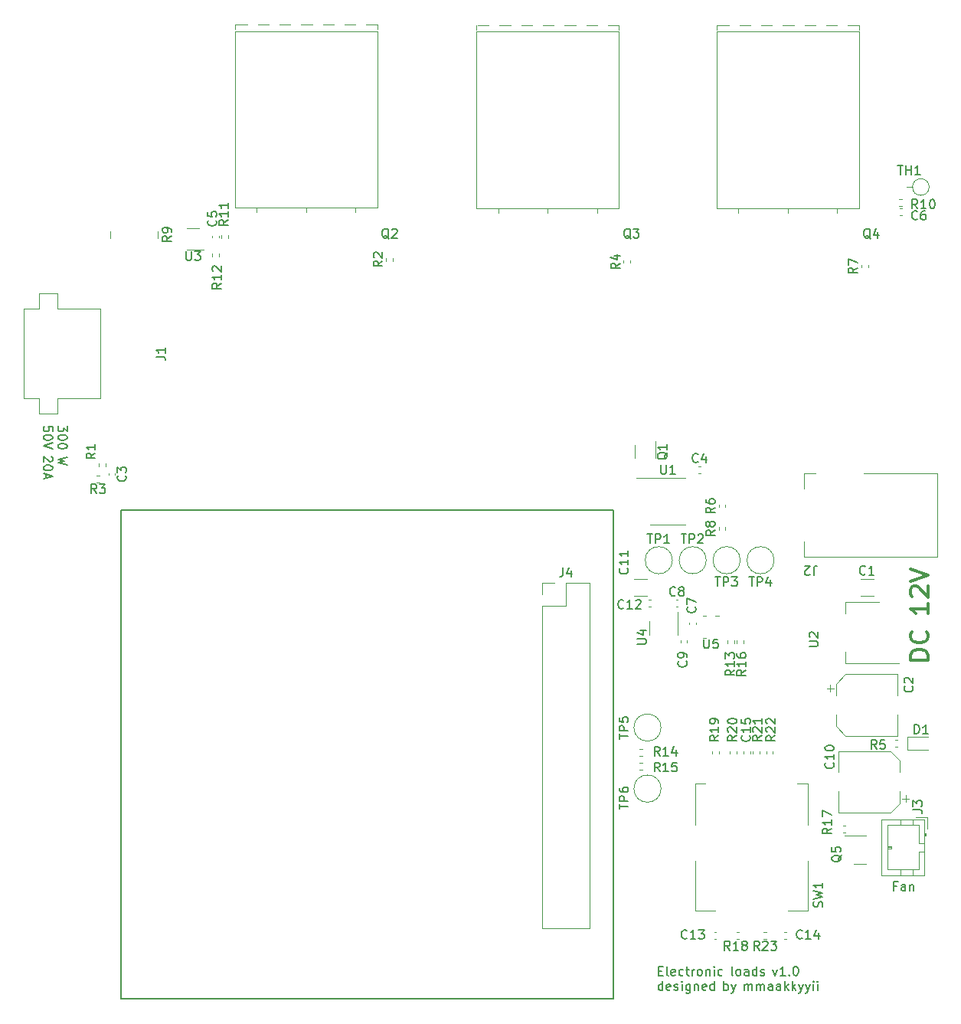
<source format=gbr>
%TF.GenerationSoftware,KiCad,Pcbnew,(7.0.0-rc1-56-g82a1175d72)*%
%TF.CreationDate,2023-05-08T22:11:16+09:00*%
%TF.ProjectId,E_Load,455f4c6f-6164-42e6-9b69-6361645f7063,rev?*%
%TF.SameCoordinates,Original*%
%TF.FileFunction,Legend,Top*%
%TF.FilePolarity,Positive*%
%FSLAX46Y46*%
G04 Gerber Fmt 4.6, Leading zero omitted, Abs format (unit mm)*
G04 Created by KiCad (PCBNEW (7.0.0-rc1-56-g82a1175d72)) date 2023-05-08 22:11:16*
%MOMM*%
%LPD*%
G01*
G04 APERTURE LIST*
%ADD10C,0.150000*%
%ADD11C,0.300000*%
%ADD12C,0.120000*%
G04 APERTURE END LIST*
D10*
X109500000Y-96000000D02*
X164000000Y-96000000D01*
X164000000Y-96000000D02*
X164000000Y-150000000D01*
X164000000Y-150000000D02*
X109500000Y-150000000D01*
X109500000Y-150000000D02*
X109500000Y-96000000D01*
X195321428Y-137508571D02*
X194988095Y-137508571D01*
X194988095Y-138032380D02*
X194988095Y-137032380D01*
X194988095Y-137032380D02*
X195464285Y-137032380D01*
X196273809Y-138032380D02*
X196273809Y-137508571D01*
X196273809Y-137508571D02*
X196226190Y-137413333D01*
X196226190Y-137413333D02*
X196130952Y-137365714D01*
X196130952Y-137365714D02*
X195940476Y-137365714D01*
X195940476Y-137365714D02*
X195845238Y-137413333D01*
X196273809Y-137984761D02*
X196178571Y-138032380D01*
X196178571Y-138032380D02*
X195940476Y-138032380D01*
X195940476Y-138032380D02*
X195845238Y-137984761D01*
X195845238Y-137984761D02*
X195797619Y-137889523D01*
X195797619Y-137889523D02*
X195797619Y-137794285D01*
X195797619Y-137794285D02*
X195845238Y-137699047D01*
X195845238Y-137699047D02*
X195940476Y-137651428D01*
X195940476Y-137651428D02*
X196178571Y-137651428D01*
X196178571Y-137651428D02*
X196273809Y-137603809D01*
X196750000Y-137365714D02*
X196750000Y-138032380D01*
X196750000Y-137460952D02*
X196797619Y-137413333D01*
X196797619Y-137413333D02*
X196892857Y-137365714D01*
X196892857Y-137365714D02*
X197035714Y-137365714D01*
X197035714Y-137365714D02*
X197130952Y-137413333D01*
X197130952Y-137413333D02*
X197178571Y-137508571D01*
X197178571Y-137508571D02*
X197178571Y-138032380D01*
X103587619Y-86642857D02*
X103587619Y-87261904D01*
X103587619Y-87261904D02*
X103206666Y-86928571D01*
X103206666Y-86928571D02*
X103206666Y-87071428D01*
X103206666Y-87071428D02*
X103159047Y-87166666D01*
X103159047Y-87166666D02*
X103111428Y-87214285D01*
X103111428Y-87214285D02*
X103016190Y-87261904D01*
X103016190Y-87261904D02*
X102778095Y-87261904D01*
X102778095Y-87261904D02*
X102682857Y-87214285D01*
X102682857Y-87214285D02*
X102635238Y-87166666D01*
X102635238Y-87166666D02*
X102587619Y-87071428D01*
X102587619Y-87071428D02*
X102587619Y-86785714D01*
X102587619Y-86785714D02*
X102635238Y-86690476D01*
X102635238Y-86690476D02*
X102682857Y-86642857D01*
X103587619Y-87880952D02*
X103587619Y-87976190D01*
X103587619Y-87976190D02*
X103540000Y-88071428D01*
X103540000Y-88071428D02*
X103492380Y-88119047D01*
X103492380Y-88119047D02*
X103397142Y-88166666D01*
X103397142Y-88166666D02*
X103206666Y-88214285D01*
X103206666Y-88214285D02*
X102968571Y-88214285D01*
X102968571Y-88214285D02*
X102778095Y-88166666D01*
X102778095Y-88166666D02*
X102682857Y-88119047D01*
X102682857Y-88119047D02*
X102635238Y-88071428D01*
X102635238Y-88071428D02*
X102587619Y-87976190D01*
X102587619Y-87976190D02*
X102587619Y-87880952D01*
X102587619Y-87880952D02*
X102635238Y-87785714D01*
X102635238Y-87785714D02*
X102682857Y-87738095D01*
X102682857Y-87738095D02*
X102778095Y-87690476D01*
X102778095Y-87690476D02*
X102968571Y-87642857D01*
X102968571Y-87642857D02*
X103206666Y-87642857D01*
X103206666Y-87642857D02*
X103397142Y-87690476D01*
X103397142Y-87690476D02*
X103492380Y-87738095D01*
X103492380Y-87738095D02*
X103540000Y-87785714D01*
X103540000Y-87785714D02*
X103587619Y-87880952D01*
X103587619Y-88833333D02*
X103587619Y-88928571D01*
X103587619Y-88928571D02*
X103540000Y-89023809D01*
X103540000Y-89023809D02*
X103492380Y-89071428D01*
X103492380Y-89071428D02*
X103397142Y-89119047D01*
X103397142Y-89119047D02*
X103206666Y-89166666D01*
X103206666Y-89166666D02*
X102968571Y-89166666D01*
X102968571Y-89166666D02*
X102778095Y-89119047D01*
X102778095Y-89119047D02*
X102682857Y-89071428D01*
X102682857Y-89071428D02*
X102635238Y-89023809D01*
X102635238Y-89023809D02*
X102587619Y-88928571D01*
X102587619Y-88928571D02*
X102587619Y-88833333D01*
X102587619Y-88833333D02*
X102635238Y-88738095D01*
X102635238Y-88738095D02*
X102682857Y-88690476D01*
X102682857Y-88690476D02*
X102778095Y-88642857D01*
X102778095Y-88642857D02*
X102968571Y-88595238D01*
X102968571Y-88595238D02*
X103206666Y-88595238D01*
X103206666Y-88595238D02*
X103397142Y-88642857D01*
X103397142Y-88642857D02*
X103492380Y-88690476D01*
X103492380Y-88690476D02*
X103540000Y-88738095D01*
X103540000Y-88738095D02*
X103587619Y-88833333D01*
X103587619Y-90100000D02*
X102587619Y-90338095D01*
X102587619Y-90338095D02*
X103301904Y-90528571D01*
X103301904Y-90528571D02*
X102587619Y-90719047D01*
X102587619Y-90719047D02*
X103587619Y-90957143D01*
X101967619Y-87214285D02*
X101967619Y-86738095D01*
X101967619Y-86738095D02*
X101491428Y-86690476D01*
X101491428Y-86690476D02*
X101539047Y-86738095D01*
X101539047Y-86738095D02*
X101586666Y-86833333D01*
X101586666Y-86833333D02*
X101586666Y-87071428D01*
X101586666Y-87071428D02*
X101539047Y-87166666D01*
X101539047Y-87166666D02*
X101491428Y-87214285D01*
X101491428Y-87214285D02*
X101396190Y-87261904D01*
X101396190Y-87261904D02*
X101158095Y-87261904D01*
X101158095Y-87261904D02*
X101062857Y-87214285D01*
X101062857Y-87214285D02*
X101015238Y-87166666D01*
X101015238Y-87166666D02*
X100967619Y-87071428D01*
X100967619Y-87071428D02*
X100967619Y-86833333D01*
X100967619Y-86833333D02*
X101015238Y-86738095D01*
X101015238Y-86738095D02*
X101062857Y-86690476D01*
X101967619Y-87880952D02*
X101967619Y-87976190D01*
X101967619Y-87976190D02*
X101920000Y-88071428D01*
X101920000Y-88071428D02*
X101872380Y-88119047D01*
X101872380Y-88119047D02*
X101777142Y-88166666D01*
X101777142Y-88166666D02*
X101586666Y-88214285D01*
X101586666Y-88214285D02*
X101348571Y-88214285D01*
X101348571Y-88214285D02*
X101158095Y-88166666D01*
X101158095Y-88166666D02*
X101062857Y-88119047D01*
X101062857Y-88119047D02*
X101015238Y-88071428D01*
X101015238Y-88071428D02*
X100967619Y-87976190D01*
X100967619Y-87976190D02*
X100967619Y-87880952D01*
X100967619Y-87880952D02*
X101015238Y-87785714D01*
X101015238Y-87785714D02*
X101062857Y-87738095D01*
X101062857Y-87738095D02*
X101158095Y-87690476D01*
X101158095Y-87690476D02*
X101348571Y-87642857D01*
X101348571Y-87642857D02*
X101586666Y-87642857D01*
X101586666Y-87642857D02*
X101777142Y-87690476D01*
X101777142Y-87690476D02*
X101872380Y-87738095D01*
X101872380Y-87738095D02*
X101920000Y-87785714D01*
X101920000Y-87785714D02*
X101967619Y-87880952D01*
X101967619Y-88500000D02*
X100967619Y-88833333D01*
X100967619Y-88833333D02*
X101967619Y-89166666D01*
X101872380Y-90052381D02*
X101920000Y-90100000D01*
X101920000Y-90100000D02*
X101967619Y-90195238D01*
X101967619Y-90195238D02*
X101967619Y-90433333D01*
X101967619Y-90433333D02*
X101920000Y-90528571D01*
X101920000Y-90528571D02*
X101872380Y-90576190D01*
X101872380Y-90576190D02*
X101777142Y-90623809D01*
X101777142Y-90623809D02*
X101681904Y-90623809D01*
X101681904Y-90623809D02*
X101539047Y-90576190D01*
X101539047Y-90576190D02*
X100967619Y-90004762D01*
X100967619Y-90004762D02*
X100967619Y-90623809D01*
X101967619Y-91242857D02*
X101967619Y-91338095D01*
X101967619Y-91338095D02*
X101920000Y-91433333D01*
X101920000Y-91433333D02*
X101872380Y-91480952D01*
X101872380Y-91480952D02*
X101777142Y-91528571D01*
X101777142Y-91528571D02*
X101586666Y-91576190D01*
X101586666Y-91576190D02*
X101348571Y-91576190D01*
X101348571Y-91576190D02*
X101158095Y-91528571D01*
X101158095Y-91528571D02*
X101062857Y-91480952D01*
X101062857Y-91480952D02*
X101015238Y-91433333D01*
X101015238Y-91433333D02*
X100967619Y-91338095D01*
X100967619Y-91338095D02*
X100967619Y-91242857D01*
X100967619Y-91242857D02*
X101015238Y-91147619D01*
X101015238Y-91147619D02*
X101062857Y-91100000D01*
X101062857Y-91100000D02*
X101158095Y-91052381D01*
X101158095Y-91052381D02*
X101348571Y-91004762D01*
X101348571Y-91004762D02*
X101586666Y-91004762D01*
X101586666Y-91004762D02*
X101777142Y-91052381D01*
X101777142Y-91052381D02*
X101872380Y-91100000D01*
X101872380Y-91100000D02*
X101920000Y-91147619D01*
X101920000Y-91147619D02*
X101967619Y-91242857D01*
X101253333Y-91957143D02*
X101253333Y-92433333D01*
X100967619Y-91861905D02*
X101967619Y-92195238D01*
X101967619Y-92195238D02*
X100967619Y-92528571D01*
D11*
X198814761Y-112523809D02*
X196814761Y-112523809D01*
X196814761Y-112523809D02*
X196814761Y-112047619D01*
X196814761Y-112047619D02*
X196910000Y-111761904D01*
X196910000Y-111761904D02*
X197100476Y-111571428D01*
X197100476Y-111571428D02*
X197290952Y-111476190D01*
X197290952Y-111476190D02*
X197671904Y-111380952D01*
X197671904Y-111380952D02*
X197957619Y-111380952D01*
X197957619Y-111380952D02*
X198338571Y-111476190D01*
X198338571Y-111476190D02*
X198529047Y-111571428D01*
X198529047Y-111571428D02*
X198719523Y-111761904D01*
X198719523Y-111761904D02*
X198814761Y-112047619D01*
X198814761Y-112047619D02*
X198814761Y-112523809D01*
X198624285Y-109380952D02*
X198719523Y-109476190D01*
X198719523Y-109476190D02*
X198814761Y-109761904D01*
X198814761Y-109761904D02*
X198814761Y-109952380D01*
X198814761Y-109952380D02*
X198719523Y-110238095D01*
X198719523Y-110238095D02*
X198529047Y-110428571D01*
X198529047Y-110428571D02*
X198338571Y-110523809D01*
X198338571Y-110523809D02*
X197957619Y-110619047D01*
X197957619Y-110619047D02*
X197671904Y-110619047D01*
X197671904Y-110619047D02*
X197290952Y-110523809D01*
X197290952Y-110523809D02*
X197100476Y-110428571D01*
X197100476Y-110428571D02*
X196910000Y-110238095D01*
X196910000Y-110238095D02*
X196814761Y-109952380D01*
X196814761Y-109952380D02*
X196814761Y-109761904D01*
X196814761Y-109761904D02*
X196910000Y-109476190D01*
X196910000Y-109476190D02*
X197005238Y-109380952D01*
X198814761Y-106276190D02*
X198814761Y-107419047D01*
X198814761Y-106847619D02*
X196814761Y-106847619D01*
X196814761Y-106847619D02*
X197100476Y-107038095D01*
X197100476Y-107038095D02*
X197290952Y-107228571D01*
X197290952Y-107228571D02*
X197386190Y-107419047D01*
X197005238Y-105514285D02*
X196910000Y-105419047D01*
X196910000Y-105419047D02*
X196814761Y-105228571D01*
X196814761Y-105228571D02*
X196814761Y-104752380D01*
X196814761Y-104752380D02*
X196910000Y-104561904D01*
X196910000Y-104561904D02*
X197005238Y-104466666D01*
X197005238Y-104466666D02*
X197195714Y-104371428D01*
X197195714Y-104371428D02*
X197386190Y-104371428D01*
X197386190Y-104371428D02*
X197671904Y-104466666D01*
X197671904Y-104466666D02*
X198814761Y-105609523D01*
X198814761Y-105609523D02*
X198814761Y-104371428D01*
X196814761Y-103799999D02*
X198814761Y-103133333D01*
X198814761Y-103133333D02*
X196814761Y-102466666D01*
D10*
X168988095Y-146888571D02*
X169321428Y-146888571D01*
X169464285Y-147412380D02*
X168988095Y-147412380D01*
X168988095Y-147412380D02*
X168988095Y-146412380D01*
X168988095Y-146412380D02*
X169464285Y-146412380D01*
X170035714Y-147412380D02*
X169940476Y-147364761D01*
X169940476Y-147364761D02*
X169892857Y-147269523D01*
X169892857Y-147269523D02*
X169892857Y-146412380D01*
X170797619Y-147364761D02*
X170702381Y-147412380D01*
X170702381Y-147412380D02*
X170511905Y-147412380D01*
X170511905Y-147412380D02*
X170416667Y-147364761D01*
X170416667Y-147364761D02*
X170369048Y-147269523D01*
X170369048Y-147269523D02*
X170369048Y-146888571D01*
X170369048Y-146888571D02*
X170416667Y-146793333D01*
X170416667Y-146793333D02*
X170511905Y-146745714D01*
X170511905Y-146745714D02*
X170702381Y-146745714D01*
X170702381Y-146745714D02*
X170797619Y-146793333D01*
X170797619Y-146793333D02*
X170845238Y-146888571D01*
X170845238Y-146888571D02*
X170845238Y-146983809D01*
X170845238Y-146983809D02*
X170369048Y-147079047D01*
X171702381Y-147364761D02*
X171607143Y-147412380D01*
X171607143Y-147412380D02*
X171416667Y-147412380D01*
X171416667Y-147412380D02*
X171321429Y-147364761D01*
X171321429Y-147364761D02*
X171273810Y-147317142D01*
X171273810Y-147317142D02*
X171226191Y-147221904D01*
X171226191Y-147221904D02*
X171226191Y-146936190D01*
X171226191Y-146936190D02*
X171273810Y-146840952D01*
X171273810Y-146840952D02*
X171321429Y-146793333D01*
X171321429Y-146793333D02*
X171416667Y-146745714D01*
X171416667Y-146745714D02*
X171607143Y-146745714D01*
X171607143Y-146745714D02*
X171702381Y-146793333D01*
X171988096Y-146745714D02*
X172369048Y-146745714D01*
X172130953Y-146412380D02*
X172130953Y-147269523D01*
X172130953Y-147269523D02*
X172178572Y-147364761D01*
X172178572Y-147364761D02*
X172273810Y-147412380D01*
X172273810Y-147412380D02*
X172369048Y-147412380D01*
X172702382Y-147412380D02*
X172702382Y-146745714D01*
X172702382Y-146936190D02*
X172750001Y-146840952D01*
X172750001Y-146840952D02*
X172797620Y-146793333D01*
X172797620Y-146793333D02*
X172892858Y-146745714D01*
X172892858Y-146745714D02*
X172988096Y-146745714D01*
X173464287Y-147412380D02*
X173369049Y-147364761D01*
X173369049Y-147364761D02*
X173321430Y-147317142D01*
X173321430Y-147317142D02*
X173273811Y-147221904D01*
X173273811Y-147221904D02*
X173273811Y-146936190D01*
X173273811Y-146936190D02*
X173321430Y-146840952D01*
X173321430Y-146840952D02*
X173369049Y-146793333D01*
X173369049Y-146793333D02*
X173464287Y-146745714D01*
X173464287Y-146745714D02*
X173607144Y-146745714D01*
X173607144Y-146745714D02*
X173702382Y-146793333D01*
X173702382Y-146793333D02*
X173750001Y-146840952D01*
X173750001Y-146840952D02*
X173797620Y-146936190D01*
X173797620Y-146936190D02*
X173797620Y-147221904D01*
X173797620Y-147221904D02*
X173750001Y-147317142D01*
X173750001Y-147317142D02*
X173702382Y-147364761D01*
X173702382Y-147364761D02*
X173607144Y-147412380D01*
X173607144Y-147412380D02*
X173464287Y-147412380D01*
X174226192Y-146745714D02*
X174226192Y-147412380D01*
X174226192Y-146840952D02*
X174273811Y-146793333D01*
X174273811Y-146793333D02*
X174369049Y-146745714D01*
X174369049Y-146745714D02*
X174511906Y-146745714D01*
X174511906Y-146745714D02*
X174607144Y-146793333D01*
X174607144Y-146793333D02*
X174654763Y-146888571D01*
X174654763Y-146888571D02*
X174654763Y-147412380D01*
X175130954Y-147412380D02*
X175130954Y-146745714D01*
X175130954Y-146412380D02*
X175083335Y-146460000D01*
X175083335Y-146460000D02*
X175130954Y-146507619D01*
X175130954Y-146507619D02*
X175178573Y-146460000D01*
X175178573Y-146460000D02*
X175130954Y-146412380D01*
X175130954Y-146412380D02*
X175130954Y-146507619D01*
X176035715Y-147364761D02*
X175940477Y-147412380D01*
X175940477Y-147412380D02*
X175750001Y-147412380D01*
X175750001Y-147412380D02*
X175654763Y-147364761D01*
X175654763Y-147364761D02*
X175607144Y-147317142D01*
X175607144Y-147317142D02*
X175559525Y-147221904D01*
X175559525Y-147221904D02*
X175559525Y-146936190D01*
X175559525Y-146936190D02*
X175607144Y-146840952D01*
X175607144Y-146840952D02*
X175654763Y-146793333D01*
X175654763Y-146793333D02*
X175750001Y-146745714D01*
X175750001Y-146745714D02*
X175940477Y-146745714D01*
X175940477Y-146745714D02*
X176035715Y-146793333D01*
X177207144Y-147412380D02*
X177111906Y-147364761D01*
X177111906Y-147364761D02*
X177064287Y-147269523D01*
X177064287Y-147269523D02*
X177064287Y-146412380D01*
X177730954Y-147412380D02*
X177635716Y-147364761D01*
X177635716Y-147364761D02*
X177588097Y-147317142D01*
X177588097Y-147317142D02*
X177540478Y-147221904D01*
X177540478Y-147221904D02*
X177540478Y-146936190D01*
X177540478Y-146936190D02*
X177588097Y-146840952D01*
X177588097Y-146840952D02*
X177635716Y-146793333D01*
X177635716Y-146793333D02*
X177730954Y-146745714D01*
X177730954Y-146745714D02*
X177873811Y-146745714D01*
X177873811Y-146745714D02*
X177969049Y-146793333D01*
X177969049Y-146793333D02*
X178016668Y-146840952D01*
X178016668Y-146840952D02*
X178064287Y-146936190D01*
X178064287Y-146936190D02*
X178064287Y-147221904D01*
X178064287Y-147221904D02*
X178016668Y-147317142D01*
X178016668Y-147317142D02*
X177969049Y-147364761D01*
X177969049Y-147364761D02*
X177873811Y-147412380D01*
X177873811Y-147412380D02*
X177730954Y-147412380D01*
X178921430Y-147412380D02*
X178921430Y-146888571D01*
X178921430Y-146888571D02*
X178873811Y-146793333D01*
X178873811Y-146793333D02*
X178778573Y-146745714D01*
X178778573Y-146745714D02*
X178588097Y-146745714D01*
X178588097Y-146745714D02*
X178492859Y-146793333D01*
X178921430Y-147364761D02*
X178826192Y-147412380D01*
X178826192Y-147412380D02*
X178588097Y-147412380D01*
X178588097Y-147412380D02*
X178492859Y-147364761D01*
X178492859Y-147364761D02*
X178445240Y-147269523D01*
X178445240Y-147269523D02*
X178445240Y-147174285D01*
X178445240Y-147174285D02*
X178492859Y-147079047D01*
X178492859Y-147079047D02*
X178588097Y-147031428D01*
X178588097Y-147031428D02*
X178826192Y-147031428D01*
X178826192Y-147031428D02*
X178921430Y-146983809D01*
X179826192Y-147412380D02*
X179826192Y-146412380D01*
X179826192Y-147364761D02*
X179730954Y-147412380D01*
X179730954Y-147412380D02*
X179540478Y-147412380D01*
X179540478Y-147412380D02*
X179445240Y-147364761D01*
X179445240Y-147364761D02*
X179397621Y-147317142D01*
X179397621Y-147317142D02*
X179350002Y-147221904D01*
X179350002Y-147221904D02*
X179350002Y-146936190D01*
X179350002Y-146936190D02*
X179397621Y-146840952D01*
X179397621Y-146840952D02*
X179445240Y-146793333D01*
X179445240Y-146793333D02*
X179540478Y-146745714D01*
X179540478Y-146745714D02*
X179730954Y-146745714D01*
X179730954Y-146745714D02*
X179826192Y-146793333D01*
X180254764Y-147364761D02*
X180350002Y-147412380D01*
X180350002Y-147412380D02*
X180540478Y-147412380D01*
X180540478Y-147412380D02*
X180635716Y-147364761D01*
X180635716Y-147364761D02*
X180683335Y-147269523D01*
X180683335Y-147269523D02*
X180683335Y-147221904D01*
X180683335Y-147221904D02*
X180635716Y-147126666D01*
X180635716Y-147126666D02*
X180540478Y-147079047D01*
X180540478Y-147079047D02*
X180397621Y-147079047D01*
X180397621Y-147079047D02*
X180302383Y-147031428D01*
X180302383Y-147031428D02*
X180254764Y-146936190D01*
X180254764Y-146936190D02*
X180254764Y-146888571D01*
X180254764Y-146888571D02*
X180302383Y-146793333D01*
X180302383Y-146793333D02*
X180397621Y-146745714D01*
X180397621Y-146745714D02*
X180540478Y-146745714D01*
X180540478Y-146745714D02*
X180635716Y-146793333D01*
X181616669Y-146745714D02*
X181854764Y-147412380D01*
X181854764Y-147412380D02*
X182092859Y-146745714D01*
X182997621Y-147412380D02*
X182426193Y-147412380D01*
X182711907Y-147412380D02*
X182711907Y-146412380D01*
X182711907Y-146412380D02*
X182616669Y-146555238D01*
X182616669Y-146555238D02*
X182521431Y-146650476D01*
X182521431Y-146650476D02*
X182426193Y-146698095D01*
X183426193Y-147317142D02*
X183473812Y-147364761D01*
X183473812Y-147364761D02*
X183426193Y-147412380D01*
X183426193Y-147412380D02*
X183378574Y-147364761D01*
X183378574Y-147364761D02*
X183426193Y-147317142D01*
X183426193Y-147317142D02*
X183426193Y-147412380D01*
X184092859Y-146412380D02*
X184188097Y-146412380D01*
X184188097Y-146412380D02*
X184283335Y-146460000D01*
X184283335Y-146460000D02*
X184330954Y-146507619D01*
X184330954Y-146507619D02*
X184378573Y-146602857D01*
X184378573Y-146602857D02*
X184426192Y-146793333D01*
X184426192Y-146793333D02*
X184426192Y-147031428D01*
X184426192Y-147031428D02*
X184378573Y-147221904D01*
X184378573Y-147221904D02*
X184330954Y-147317142D01*
X184330954Y-147317142D02*
X184283335Y-147364761D01*
X184283335Y-147364761D02*
X184188097Y-147412380D01*
X184188097Y-147412380D02*
X184092859Y-147412380D01*
X184092859Y-147412380D02*
X183997621Y-147364761D01*
X183997621Y-147364761D02*
X183950002Y-147317142D01*
X183950002Y-147317142D02*
X183902383Y-147221904D01*
X183902383Y-147221904D02*
X183854764Y-147031428D01*
X183854764Y-147031428D02*
X183854764Y-146793333D01*
X183854764Y-146793333D02*
X183902383Y-146602857D01*
X183902383Y-146602857D02*
X183950002Y-146507619D01*
X183950002Y-146507619D02*
X183997621Y-146460000D01*
X183997621Y-146460000D02*
X184092859Y-146412380D01*
X169416666Y-149032380D02*
X169416666Y-148032380D01*
X169416666Y-148984761D02*
X169321428Y-149032380D01*
X169321428Y-149032380D02*
X169130952Y-149032380D01*
X169130952Y-149032380D02*
X169035714Y-148984761D01*
X169035714Y-148984761D02*
X168988095Y-148937142D01*
X168988095Y-148937142D02*
X168940476Y-148841904D01*
X168940476Y-148841904D02*
X168940476Y-148556190D01*
X168940476Y-148556190D02*
X168988095Y-148460952D01*
X168988095Y-148460952D02*
X169035714Y-148413333D01*
X169035714Y-148413333D02*
X169130952Y-148365714D01*
X169130952Y-148365714D02*
X169321428Y-148365714D01*
X169321428Y-148365714D02*
X169416666Y-148413333D01*
X170273809Y-148984761D02*
X170178571Y-149032380D01*
X170178571Y-149032380D02*
X169988095Y-149032380D01*
X169988095Y-149032380D02*
X169892857Y-148984761D01*
X169892857Y-148984761D02*
X169845238Y-148889523D01*
X169845238Y-148889523D02*
X169845238Y-148508571D01*
X169845238Y-148508571D02*
X169892857Y-148413333D01*
X169892857Y-148413333D02*
X169988095Y-148365714D01*
X169988095Y-148365714D02*
X170178571Y-148365714D01*
X170178571Y-148365714D02*
X170273809Y-148413333D01*
X170273809Y-148413333D02*
X170321428Y-148508571D01*
X170321428Y-148508571D02*
X170321428Y-148603809D01*
X170321428Y-148603809D02*
X169845238Y-148699047D01*
X170702381Y-148984761D02*
X170797619Y-149032380D01*
X170797619Y-149032380D02*
X170988095Y-149032380D01*
X170988095Y-149032380D02*
X171083333Y-148984761D01*
X171083333Y-148984761D02*
X171130952Y-148889523D01*
X171130952Y-148889523D02*
X171130952Y-148841904D01*
X171130952Y-148841904D02*
X171083333Y-148746666D01*
X171083333Y-148746666D02*
X170988095Y-148699047D01*
X170988095Y-148699047D02*
X170845238Y-148699047D01*
X170845238Y-148699047D02*
X170750000Y-148651428D01*
X170750000Y-148651428D02*
X170702381Y-148556190D01*
X170702381Y-148556190D02*
X170702381Y-148508571D01*
X170702381Y-148508571D02*
X170750000Y-148413333D01*
X170750000Y-148413333D02*
X170845238Y-148365714D01*
X170845238Y-148365714D02*
X170988095Y-148365714D01*
X170988095Y-148365714D02*
X171083333Y-148413333D01*
X171559524Y-149032380D02*
X171559524Y-148365714D01*
X171559524Y-148032380D02*
X171511905Y-148080000D01*
X171511905Y-148080000D02*
X171559524Y-148127619D01*
X171559524Y-148127619D02*
X171607143Y-148080000D01*
X171607143Y-148080000D02*
X171559524Y-148032380D01*
X171559524Y-148032380D02*
X171559524Y-148127619D01*
X172464285Y-148365714D02*
X172464285Y-149175238D01*
X172464285Y-149175238D02*
X172416666Y-149270476D01*
X172416666Y-149270476D02*
X172369047Y-149318095D01*
X172369047Y-149318095D02*
X172273809Y-149365714D01*
X172273809Y-149365714D02*
X172130952Y-149365714D01*
X172130952Y-149365714D02*
X172035714Y-149318095D01*
X172464285Y-148984761D02*
X172369047Y-149032380D01*
X172369047Y-149032380D02*
X172178571Y-149032380D01*
X172178571Y-149032380D02*
X172083333Y-148984761D01*
X172083333Y-148984761D02*
X172035714Y-148937142D01*
X172035714Y-148937142D02*
X171988095Y-148841904D01*
X171988095Y-148841904D02*
X171988095Y-148556190D01*
X171988095Y-148556190D02*
X172035714Y-148460952D01*
X172035714Y-148460952D02*
X172083333Y-148413333D01*
X172083333Y-148413333D02*
X172178571Y-148365714D01*
X172178571Y-148365714D02*
X172369047Y-148365714D01*
X172369047Y-148365714D02*
X172464285Y-148413333D01*
X172940476Y-148365714D02*
X172940476Y-149032380D01*
X172940476Y-148460952D02*
X172988095Y-148413333D01*
X172988095Y-148413333D02*
X173083333Y-148365714D01*
X173083333Y-148365714D02*
X173226190Y-148365714D01*
X173226190Y-148365714D02*
X173321428Y-148413333D01*
X173321428Y-148413333D02*
X173369047Y-148508571D01*
X173369047Y-148508571D02*
X173369047Y-149032380D01*
X174226190Y-148984761D02*
X174130952Y-149032380D01*
X174130952Y-149032380D02*
X173940476Y-149032380D01*
X173940476Y-149032380D02*
X173845238Y-148984761D01*
X173845238Y-148984761D02*
X173797619Y-148889523D01*
X173797619Y-148889523D02*
X173797619Y-148508571D01*
X173797619Y-148508571D02*
X173845238Y-148413333D01*
X173845238Y-148413333D02*
X173940476Y-148365714D01*
X173940476Y-148365714D02*
X174130952Y-148365714D01*
X174130952Y-148365714D02*
X174226190Y-148413333D01*
X174226190Y-148413333D02*
X174273809Y-148508571D01*
X174273809Y-148508571D02*
X174273809Y-148603809D01*
X174273809Y-148603809D02*
X173797619Y-148699047D01*
X175130952Y-149032380D02*
X175130952Y-148032380D01*
X175130952Y-148984761D02*
X175035714Y-149032380D01*
X175035714Y-149032380D02*
X174845238Y-149032380D01*
X174845238Y-149032380D02*
X174750000Y-148984761D01*
X174750000Y-148984761D02*
X174702381Y-148937142D01*
X174702381Y-148937142D02*
X174654762Y-148841904D01*
X174654762Y-148841904D02*
X174654762Y-148556190D01*
X174654762Y-148556190D02*
X174702381Y-148460952D01*
X174702381Y-148460952D02*
X174750000Y-148413333D01*
X174750000Y-148413333D02*
X174845238Y-148365714D01*
X174845238Y-148365714D02*
X175035714Y-148365714D01*
X175035714Y-148365714D02*
X175130952Y-148413333D01*
X176207143Y-149032380D02*
X176207143Y-148032380D01*
X176207143Y-148413333D02*
X176302381Y-148365714D01*
X176302381Y-148365714D02*
X176492857Y-148365714D01*
X176492857Y-148365714D02*
X176588095Y-148413333D01*
X176588095Y-148413333D02*
X176635714Y-148460952D01*
X176635714Y-148460952D02*
X176683333Y-148556190D01*
X176683333Y-148556190D02*
X176683333Y-148841904D01*
X176683333Y-148841904D02*
X176635714Y-148937142D01*
X176635714Y-148937142D02*
X176588095Y-148984761D01*
X176588095Y-148984761D02*
X176492857Y-149032380D01*
X176492857Y-149032380D02*
X176302381Y-149032380D01*
X176302381Y-149032380D02*
X176207143Y-148984761D01*
X177016667Y-148365714D02*
X177254762Y-149032380D01*
X177492857Y-148365714D02*
X177254762Y-149032380D01*
X177254762Y-149032380D02*
X177159524Y-149270476D01*
X177159524Y-149270476D02*
X177111905Y-149318095D01*
X177111905Y-149318095D02*
X177016667Y-149365714D01*
X178473810Y-149032380D02*
X178473810Y-148365714D01*
X178473810Y-148460952D02*
X178521429Y-148413333D01*
X178521429Y-148413333D02*
X178616667Y-148365714D01*
X178616667Y-148365714D02*
X178759524Y-148365714D01*
X178759524Y-148365714D02*
X178854762Y-148413333D01*
X178854762Y-148413333D02*
X178902381Y-148508571D01*
X178902381Y-148508571D02*
X178902381Y-149032380D01*
X178902381Y-148508571D02*
X178950000Y-148413333D01*
X178950000Y-148413333D02*
X179045238Y-148365714D01*
X179045238Y-148365714D02*
X179188095Y-148365714D01*
X179188095Y-148365714D02*
X179283334Y-148413333D01*
X179283334Y-148413333D02*
X179330953Y-148508571D01*
X179330953Y-148508571D02*
X179330953Y-149032380D01*
X179807143Y-149032380D02*
X179807143Y-148365714D01*
X179807143Y-148460952D02*
X179854762Y-148413333D01*
X179854762Y-148413333D02*
X179950000Y-148365714D01*
X179950000Y-148365714D02*
X180092857Y-148365714D01*
X180092857Y-148365714D02*
X180188095Y-148413333D01*
X180188095Y-148413333D02*
X180235714Y-148508571D01*
X180235714Y-148508571D02*
X180235714Y-149032380D01*
X180235714Y-148508571D02*
X180283333Y-148413333D01*
X180283333Y-148413333D02*
X180378571Y-148365714D01*
X180378571Y-148365714D02*
X180521428Y-148365714D01*
X180521428Y-148365714D02*
X180616667Y-148413333D01*
X180616667Y-148413333D02*
X180664286Y-148508571D01*
X180664286Y-148508571D02*
X180664286Y-149032380D01*
X181569047Y-149032380D02*
X181569047Y-148508571D01*
X181569047Y-148508571D02*
X181521428Y-148413333D01*
X181521428Y-148413333D02*
X181426190Y-148365714D01*
X181426190Y-148365714D02*
X181235714Y-148365714D01*
X181235714Y-148365714D02*
X181140476Y-148413333D01*
X181569047Y-148984761D02*
X181473809Y-149032380D01*
X181473809Y-149032380D02*
X181235714Y-149032380D01*
X181235714Y-149032380D02*
X181140476Y-148984761D01*
X181140476Y-148984761D02*
X181092857Y-148889523D01*
X181092857Y-148889523D02*
X181092857Y-148794285D01*
X181092857Y-148794285D02*
X181140476Y-148699047D01*
X181140476Y-148699047D02*
X181235714Y-148651428D01*
X181235714Y-148651428D02*
X181473809Y-148651428D01*
X181473809Y-148651428D02*
X181569047Y-148603809D01*
X182473809Y-149032380D02*
X182473809Y-148508571D01*
X182473809Y-148508571D02*
X182426190Y-148413333D01*
X182426190Y-148413333D02*
X182330952Y-148365714D01*
X182330952Y-148365714D02*
X182140476Y-148365714D01*
X182140476Y-148365714D02*
X182045238Y-148413333D01*
X182473809Y-148984761D02*
X182378571Y-149032380D01*
X182378571Y-149032380D02*
X182140476Y-149032380D01*
X182140476Y-149032380D02*
X182045238Y-148984761D01*
X182045238Y-148984761D02*
X181997619Y-148889523D01*
X181997619Y-148889523D02*
X181997619Y-148794285D01*
X181997619Y-148794285D02*
X182045238Y-148699047D01*
X182045238Y-148699047D02*
X182140476Y-148651428D01*
X182140476Y-148651428D02*
X182378571Y-148651428D01*
X182378571Y-148651428D02*
X182473809Y-148603809D01*
X182950000Y-149032380D02*
X182950000Y-148032380D01*
X183045238Y-148651428D02*
X183330952Y-149032380D01*
X183330952Y-148365714D02*
X182950000Y-148746666D01*
X183759524Y-149032380D02*
X183759524Y-148032380D01*
X183854762Y-148651428D02*
X184140476Y-149032380D01*
X184140476Y-148365714D02*
X183759524Y-148746666D01*
X184473810Y-148365714D02*
X184711905Y-149032380D01*
X184950000Y-148365714D02*
X184711905Y-149032380D01*
X184711905Y-149032380D02*
X184616667Y-149270476D01*
X184616667Y-149270476D02*
X184569048Y-149318095D01*
X184569048Y-149318095D02*
X184473810Y-149365714D01*
X185235715Y-148365714D02*
X185473810Y-149032380D01*
X185711905Y-148365714D02*
X185473810Y-149032380D01*
X185473810Y-149032380D02*
X185378572Y-149270476D01*
X185378572Y-149270476D02*
X185330953Y-149318095D01*
X185330953Y-149318095D02*
X185235715Y-149365714D01*
X186092858Y-149032380D02*
X186092858Y-148365714D01*
X186092858Y-148032380D02*
X186045239Y-148080000D01*
X186045239Y-148080000D02*
X186092858Y-148127619D01*
X186092858Y-148127619D02*
X186140477Y-148080000D01*
X186140477Y-148080000D02*
X186092858Y-148032380D01*
X186092858Y-148032380D02*
X186092858Y-148127619D01*
X186569048Y-149032380D02*
X186569048Y-148365714D01*
X186569048Y-148032380D02*
X186521429Y-148080000D01*
X186521429Y-148080000D02*
X186569048Y-148127619D01*
X186569048Y-148127619D02*
X186616667Y-148080000D01*
X186616667Y-148080000D02*
X186569048Y-148032380D01*
X186569048Y-148032380D02*
X186569048Y-148127619D01*
%TO.C,U5*%
X173988095Y-110227380D02*
X173988095Y-111036904D01*
X173988095Y-111036904D02*
X174035714Y-111132142D01*
X174035714Y-111132142D02*
X174083333Y-111179761D01*
X174083333Y-111179761D02*
X174178571Y-111227380D01*
X174178571Y-111227380D02*
X174369047Y-111227380D01*
X174369047Y-111227380D02*
X174464285Y-111179761D01*
X174464285Y-111179761D02*
X174511904Y-111132142D01*
X174511904Y-111132142D02*
X174559523Y-111036904D01*
X174559523Y-111036904D02*
X174559523Y-110227380D01*
X175511904Y-110227380D02*
X175035714Y-110227380D01*
X175035714Y-110227380D02*
X174988095Y-110703571D01*
X174988095Y-110703571D02*
X175035714Y-110655952D01*
X175035714Y-110655952D02*
X175130952Y-110608333D01*
X175130952Y-110608333D02*
X175369047Y-110608333D01*
X175369047Y-110608333D02*
X175464285Y-110655952D01*
X175464285Y-110655952D02*
X175511904Y-110703571D01*
X175511904Y-110703571D02*
X175559523Y-110798809D01*
X175559523Y-110798809D02*
X175559523Y-111036904D01*
X175559523Y-111036904D02*
X175511904Y-111132142D01*
X175511904Y-111132142D02*
X175464285Y-111179761D01*
X175464285Y-111179761D02*
X175369047Y-111227380D01*
X175369047Y-111227380D02*
X175130952Y-111227380D01*
X175130952Y-111227380D02*
X175035714Y-111179761D01*
X175035714Y-111179761D02*
X174988095Y-111132142D01*
%TO.C,C15*%
X179032142Y-120892857D02*
X179079761Y-120940476D01*
X179079761Y-120940476D02*
X179127380Y-121083333D01*
X179127380Y-121083333D02*
X179127380Y-121178571D01*
X179127380Y-121178571D02*
X179079761Y-121321428D01*
X179079761Y-121321428D02*
X178984523Y-121416666D01*
X178984523Y-121416666D02*
X178889285Y-121464285D01*
X178889285Y-121464285D02*
X178698809Y-121511904D01*
X178698809Y-121511904D02*
X178555952Y-121511904D01*
X178555952Y-121511904D02*
X178365476Y-121464285D01*
X178365476Y-121464285D02*
X178270238Y-121416666D01*
X178270238Y-121416666D02*
X178175000Y-121321428D01*
X178175000Y-121321428D02*
X178127380Y-121178571D01*
X178127380Y-121178571D02*
X178127380Y-121083333D01*
X178127380Y-121083333D02*
X178175000Y-120940476D01*
X178175000Y-120940476D02*
X178222619Y-120892857D01*
X179127380Y-119940476D02*
X179127380Y-120511904D01*
X179127380Y-120226190D02*
X178127380Y-120226190D01*
X178127380Y-120226190D02*
X178270238Y-120321428D01*
X178270238Y-120321428D02*
X178365476Y-120416666D01*
X178365476Y-120416666D02*
X178413095Y-120511904D01*
X178127380Y-119035714D02*
X178127380Y-119511904D01*
X178127380Y-119511904D02*
X178603571Y-119559523D01*
X178603571Y-119559523D02*
X178555952Y-119511904D01*
X178555952Y-119511904D02*
X178508333Y-119416666D01*
X178508333Y-119416666D02*
X178508333Y-119178571D01*
X178508333Y-119178571D02*
X178555952Y-119083333D01*
X178555952Y-119083333D02*
X178603571Y-119035714D01*
X178603571Y-119035714D02*
X178698809Y-118988095D01*
X178698809Y-118988095D02*
X178936904Y-118988095D01*
X178936904Y-118988095D02*
X179032142Y-119035714D01*
X179032142Y-119035714D02*
X179079761Y-119083333D01*
X179079761Y-119083333D02*
X179127380Y-119178571D01*
X179127380Y-119178571D02*
X179127380Y-119416666D01*
X179127380Y-119416666D02*
X179079761Y-119511904D01*
X179079761Y-119511904D02*
X179032142Y-119559523D01*
%TO.C,J4*%
X158396666Y-102337380D02*
X158396666Y-103051666D01*
X158396666Y-103051666D02*
X158349047Y-103194523D01*
X158349047Y-103194523D02*
X158253809Y-103289761D01*
X158253809Y-103289761D02*
X158110952Y-103337380D01*
X158110952Y-103337380D02*
X158015714Y-103337380D01*
X159301428Y-102670714D02*
X159301428Y-103337380D01*
X159063333Y-102289761D02*
X158825238Y-103004047D01*
X158825238Y-103004047D02*
X159444285Y-103004047D01*
%TO.C,R3*%
X106833333Y-94107380D02*
X106500000Y-93631190D01*
X106261905Y-94107380D02*
X106261905Y-93107380D01*
X106261905Y-93107380D02*
X106642857Y-93107380D01*
X106642857Y-93107380D02*
X106738095Y-93155000D01*
X106738095Y-93155000D02*
X106785714Y-93202619D01*
X106785714Y-93202619D02*
X106833333Y-93297857D01*
X106833333Y-93297857D02*
X106833333Y-93440714D01*
X106833333Y-93440714D02*
X106785714Y-93535952D01*
X106785714Y-93535952D02*
X106738095Y-93583571D01*
X106738095Y-93583571D02*
X106642857Y-93631190D01*
X106642857Y-93631190D02*
X106261905Y-93631190D01*
X107166667Y-93107380D02*
X107785714Y-93107380D01*
X107785714Y-93107380D02*
X107452381Y-93488333D01*
X107452381Y-93488333D02*
X107595238Y-93488333D01*
X107595238Y-93488333D02*
X107690476Y-93535952D01*
X107690476Y-93535952D02*
X107738095Y-93583571D01*
X107738095Y-93583571D02*
X107785714Y-93678809D01*
X107785714Y-93678809D02*
X107785714Y-93916904D01*
X107785714Y-93916904D02*
X107738095Y-94012142D01*
X107738095Y-94012142D02*
X107690476Y-94059761D01*
X107690476Y-94059761D02*
X107595238Y-94107380D01*
X107595238Y-94107380D02*
X107309524Y-94107380D01*
X107309524Y-94107380D02*
X107214286Y-94059761D01*
X107214286Y-94059761D02*
X107166667Y-94012142D01*
%TO.C,R23*%
X180107142Y-144617380D02*
X179773809Y-144141190D01*
X179535714Y-144617380D02*
X179535714Y-143617380D01*
X179535714Y-143617380D02*
X179916666Y-143617380D01*
X179916666Y-143617380D02*
X180011904Y-143665000D01*
X180011904Y-143665000D02*
X180059523Y-143712619D01*
X180059523Y-143712619D02*
X180107142Y-143807857D01*
X180107142Y-143807857D02*
X180107142Y-143950714D01*
X180107142Y-143950714D02*
X180059523Y-144045952D01*
X180059523Y-144045952D02*
X180011904Y-144093571D01*
X180011904Y-144093571D02*
X179916666Y-144141190D01*
X179916666Y-144141190D02*
X179535714Y-144141190D01*
X180488095Y-143712619D02*
X180535714Y-143665000D01*
X180535714Y-143665000D02*
X180630952Y-143617380D01*
X180630952Y-143617380D02*
X180869047Y-143617380D01*
X180869047Y-143617380D02*
X180964285Y-143665000D01*
X180964285Y-143665000D02*
X181011904Y-143712619D01*
X181011904Y-143712619D02*
X181059523Y-143807857D01*
X181059523Y-143807857D02*
X181059523Y-143903095D01*
X181059523Y-143903095D02*
X181011904Y-144045952D01*
X181011904Y-144045952D02*
X180440476Y-144617380D01*
X180440476Y-144617380D02*
X181059523Y-144617380D01*
X181392857Y-143617380D02*
X182011904Y-143617380D01*
X182011904Y-143617380D02*
X181678571Y-143998333D01*
X181678571Y-143998333D02*
X181821428Y-143998333D01*
X181821428Y-143998333D02*
X181916666Y-144045952D01*
X181916666Y-144045952D02*
X181964285Y-144093571D01*
X181964285Y-144093571D02*
X182011904Y-144188809D01*
X182011904Y-144188809D02*
X182011904Y-144426904D01*
X182011904Y-144426904D02*
X181964285Y-144522142D01*
X181964285Y-144522142D02*
X181916666Y-144569761D01*
X181916666Y-144569761D02*
X181821428Y-144617380D01*
X181821428Y-144617380D02*
X181535714Y-144617380D01*
X181535714Y-144617380D02*
X181440476Y-144569761D01*
X181440476Y-144569761D02*
X181392857Y-144522142D01*
%TO.C,R1*%
X106697380Y-89656666D02*
X106221190Y-89989999D01*
X106697380Y-90228094D02*
X105697380Y-90228094D01*
X105697380Y-90228094D02*
X105697380Y-89847142D01*
X105697380Y-89847142D02*
X105745000Y-89751904D01*
X105745000Y-89751904D02*
X105792619Y-89704285D01*
X105792619Y-89704285D02*
X105887857Y-89656666D01*
X105887857Y-89656666D02*
X106030714Y-89656666D01*
X106030714Y-89656666D02*
X106125952Y-89704285D01*
X106125952Y-89704285D02*
X106173571Y-89751904D01*
X106173571Y-89751904D02*
X106221190Y-89847142D01*
X106221190Y-89847142D02*
X106221190Y-90228094D01*
X106697380Y-88704285D02*
X106697380Y-89275713D01*
X106697380Y-88989999D02*
X105697380Y-88989999D01*
X105697380Y-88989999D02*
X105840238Y-89085237D01*
X105840238Y-89085237D02*
X105935476Y-89180475D01*
X105935476Y-89180475D02*
X105983095Y-89275713D01*
%TO.C,C12*%
X165107142Y-106772142D02*
X165059523Y-106819761D01*
X165059523Y-106819761D02*
X164916666Y-106867380D01*
X164916666Y-106867380D02*
X164821428Y-106867380D01*
X164821428Y-106867380D02*
X164678571Y-106819761D01*
X164678571Y-106819761D02*
X164583333Y-106724523D01*
X164583333Y-106724523D02*
X164535714Y-106629285D01*
X164535714Y-106629285D02*
X164488095Y-106438809D01*
X164488095Y-106438809D02*
X164488095Y-106295952D01*
X164488095Y-106295952D02*
X164535714Y-106105476D01*
X164535714Y-106105476D02*
X164583333Y-106010238D01*
X164583333Y-106010238D02*
X164678571Y-105915000D01*
X164678571Y-105915000D02*
X164821428Y-105867380D01*
X164821428Y-105867380D02*
X164916666Y-105867380D01*
X164916666Y-105867380D02*
X165059523Y-105915000D01*
X165059523Y-105915000D02*
X165107142Y-105962619D01*
X166059523Y-106867380D02*
X165488095Y-106867380D01*
X165773809Y-106867380D02*
X165773809Y-105867380D01*
X165773809Y-105867380D02*
X165678571Y-106010238D01*
X165678571Y-106010238D02*
X165583333Y-106105476D01*
X165583333Y-106105476D02*
X165488095Y-106153095D01*
X166440476Y-105962619D02*
X166488095Y-105915000D01*
X166488095Y-105915000D02*
X166583333Y-105867380D01*
X166583333Y-105867380D02*
X166821428Y-105867380D01*
X166821428Y-105867380D02*
X166916666Y-105915000D01*
X166916666Y-105915000D02*
X166964285Y-105962619D01*
X166964285Y-105962619D02*
X167011904Y-106057857D01*
X167011904Y-106057857D02*
X167011904Y-106153095D01*
X167011904Y-106153095D02*
X166964285Y-106295952D01*
X166964285Y-106295952D02*
X166392857Y-106867380D01*
X166392857Y-106867380D02*
X167011904Y-106867380D01*
%TO.C,R16*%
X178617380Y-113642857D02*
X178141190Y-113976190D01*
X178617380Y-114214285D02*
X177617380Y-114214285D01*
X177617380Y-114214285D02*
X177617380Y-113833333D01*
X177617380Y-113833333D02*
X177665000Y-113738095D01*
X177665000Y-113738095D02*
X177712619Y-113690476D01*
X177712619Y-113690476D02*
X177807857Y-113642857D01*
X177807857Y-113642857D02*
X177950714Y-113642857D01*
X177950714Y-113642857D02*
X178045952Y-113690476D01*
X178045952Y-113690476D02*
X178093571Y-113738095D01*
X178093571Y-113738095D02*
X178141190Y-113833333D01*
X178141190Y-113833333D02*
X178141190Y-114214285D01*
X178617380Y-112690476D02*
X178617380Y-113261904D01*
X178617380Y-112976190D02*
X177617380Y-112976190D01*
X177617380Y-112976190D02*
X177760238Y-113071428D01*
X177760238Y-113071428D02*
X177855476Y-113166666D01*
X177855476Y-113166666D02*
X177903095Y-113261904D01*
X177617380Y-111833333D02*
X177617380Y-112023809D01*
X177617380Y-112023809D02*
X177665000Y-112119047D01*
X177665000Y-112119047D02*
X177712619Y-112166666D01*
X177712619Y-112166666D02*
X177855476Y-112261904D01*
X177855476Y-112261904D02*
X178045952Y-112309523D01*
X178045952Y-112309523D02*
X178426904Y-112309523D01*
X178426904Y-112309523D02*
X178522142Y-112261904D01*
X178522142Y-112261904D02*
X178569761Y-112214285D01*
X178569761Y-112214285D02*
X178617380Y-112119047D01*
X178617380Y-112119047D02*
X178617380Y-111928571D01*
X178617380Y-111928571D02*
X178569761Y-111833333D01*
X178569761Y-111833333D02*
X178522142Y-111785714D01*
X178522142Y-111785714D02*
X178426904Y-111738095D01*
X178426904Y-111738095D02*
X178188809Y-111738095D01*
X178188809Y-111738095D02*
X178093571Y-111785714D01*
X178093571Y-111785714D02*
X178045952Y-111833333D01*
X178045952Y-111833333D02*
X177998333Y-111928571D01*
X177998333Y-111928571D02*
X177998333Y-112119047D01*
X177998333Y-112119047D02*
X178045952Y-112214285D01*
X178045952Y-112214285D02*
X178093571Y-112261904D01*
X178093571Y-112261904D02*
X178188809Y-112309523D01*
%TO.C,C13*%
X172107142Y-143272142D02*
X172059523Y-143319761D01*
X172059523Y-143319761D02*
X171916666Y-143367380D01*
X171916666Y-143367380D02*
X171821428Y-143367380D01*
X171821428Y-143367380D02*
X171678571Y-143319761D01*
X171678571Y-143319761D02*
X171583333Y-143224523D01*
X171583333Y-143224523D02*
X171535714Y-143129285D01*
X171535714Y-143129285D02*
X171488095Y-142938809D01*
X171488095Y-142938809D02*
X171488095Y-142795952D01*
X171488095Y-142795952D02*
X171535714Y-142605476D01*
X171535714Y-142605476D02*
X171583333Y-142510238D01*
X171583333Y-142510238D02*
X171678571Y-142415000D01*
X171678571Y-142415000D02*
X171821428Y-142367380D01*
X171821428Y-142367380D02*
X171916666Y-142367380D01*
X171916666Y-142367380D02*
X172059523Y-142415000D01*
X172059523Y-142415000D02*
X172107142Y-142462619D01*
X173059523Y-143367380D02*
X172488095Y-143367380D01*
X172773809Y-143367380D02*
X172773809Y-142367380D01*
X172773809Y-142367380D02*
X172678571Y-142510238D01*
X172678571Y-142510238D02*
X172583333Y-142605476D01*
X172583333Y-142605476D02*
X172488095Y-142653095D01*
X173392857Y-142367380D02*
X174011904Y-142367380D01*
X174011904Y-142367380D02*
X173678571Y-142748333D01*
X173678571Y-142748333D02*
X173821428Y-142748333D01*
X173821428Y-142748333D02*
X173916666Y-142795952D01*
X173916666Y-142795952D02*
X173964285Y-142843571D01*
X173964285Y-142843571D02*
X174011904Y-142938809D01*
X174011904Y-142938809D02*
X174011904Y-143176904D01*
X174011904Y-143176904D02*
X173964285Y-143272142D01*
X173964285Y-143272142D02*
X173916666Y-143319761D01*
X173916666Y-143319761D02*
X173821428Y-143367380D01*
X173821428Y-143367380D02*
X173535714Y-143367380D01*
X173535714Y-143367380D02*
X173440476Y-143319761D01*
X173440476Y-143319761D02*
X173392857Y-143272142D01*
%TO.C,U3*%
X116738095Y-67342380D02*
X116738095Y-68151904D01*
X116738095Y-68151904D02*
X116785714Y-68247142D01*
X116785714Y-68247142D02*
X116833333Y-68294761D01*
X116833333Y-68294761D02*
X116928571Y-68342380D01*
X116928571Y-68342380D02*
X117119047Y-68342380D01*
X117119047Y-68342380D02*
X117214285Y-68294761D01*
X117214285Y-68294761D02*
X117261904Y-68247142D01*
X117261904Y-68247142D02*
X117309523Y-68151904D01*
X117309523Y-68151904D02*
X117309523Y-67342380D01*
X117690476Y-67342380D02*
X118309523Y-67342380D01*
X118309523Y-67342380D02*
X117976190Y-67723333D01*
X117976190Y-67723333D02*
X118119047Y-67723333D01*
X118119047Y-67723333D02*
X118214285Y-67770952D01*
X118214285Y-67770952D02*
X118261904Y-67818571D01*
X118261904Y-67818571D02*
X118309523Y-67913809D01*
X118309523Y-67913809D02*
X118309523Y-68151904D01*
X118309523Y-68151904D02*
X118261904Y-68247142D01*
X118261904Y-68247142D02*
X118214285Y-68294761D01*
X118214285Y-68294761D02*
X118119047Y-68342380D01*
X118119047Y-68342380D02*
X117833333Y-68342380D01*
X117833333Y-68342380D02*
X117738095Y-68294761D01*
X117738095Y-68294761D02*
X117690476Y-68247142D01*
%TO.C,TP5*%
X164617380Y-121261904D02*
X164617380Y-120690476D01*
X165617380Y-120976190D02*
X164617380Y-120976190D01*
X165617380Y-120357142D02*
X164617380Y-120357142D01*
X164617380Y-120357142D02*
X164617380Y-119976190D01*
X164617380Y-119976190D02*
X164665000Y-119880952D01*
X164665000Y-119880952D02*
X164712619Y-119833333D01*
X164712619Y-119833333D02*
X164807857Y-119785714D01*
X164807857Y-119785714D02*
X164950714Y-119785714D01*
X164950714Y-119785714D02*
X165045952Y-119833333D01*
X165045952Y-119833333D02*
X165093571Y-119880952D01*
X165093571Y-119880952D02*
X165141190Y-119976190D01*
X165141190Y-119976190D02*
X165141190Y-120357142D01*
X164617380Y-118880952D02*
X164617380Y-119357142D01*
X164617380Y-119357142D02*
X165093571Y-119404761D01*
X165093571Y-119404761D02*
X165045952Y-119357142D01*
X165045952Y-119357142D02*
X164998333Y-119261904D01*
X164998333Y-119261904D02*
X164998333Y-119023809D01*
X164998333Y-119023809D02*
X165045952Y-118928571D01*
X165045952Y-118928571D02*
X165093571Y-118880952D01*
X165093571Y-118880952D02*
X165188809Y-118833333D01*
X165188809Y-118833333D02*
X165426904Y-118833333D01*
X165426904Y-118833333D02*
X165522142Y-118880952D01*
X165522142Y-118880952D02*
X165569761Y-118928571D01*
X165569761Y-118928571D02*
X165617380Y-119023809D01*
X165617380Y-119023809D02*
X165617380Y-119261904D01*
X165617380Y-119261904D02*
X165569761Y-119357142D01*
X165569761Y-119357142D02*
X165522142Y-119404761D01*
%TO.C,C8*%
X170833333Y-105362142D02*
X170785714Y-105409761D01*
X170785714Y-105409761D02*
X170642857Y-105457380D01*
X170642857Y-105457380D02*
X170547619Y-105457380D01*
X170547619Y-105457380D02*
X170404762Y-105409761D01*
X170404762Y-105409761D02*
X170309524Y-105314523D01*
X170309524Y-105314523D02*
X170261905Y-105219285D01*
X170261905Y-105219285D02*
X170214286Y-105028809D01*
X170214286Y-105028809D02*
X170214286Y-104885952D01*
X170214286Y-104885952D02*
X170261905Y-104695476D01*
X170261905Y-104695476D02*
X170309524Y-104600238D01*
X170309524Y-104600238D02*
X170404762Y-104505000D01*
X170404762Y-104505000D02*
X170547619Y-104457380D01*
X170547619Y-104457380D02*
X170642857Y-104457380D01*
X170642857Y-104457380D02*
X170785714Y-104505000D01*
X170785714Y-104505000D02*
X170833333Y-104552619D01*
X171404762Y-104885952D02*
X171309524Y-104838333D01*
X171309524Y-104838333D02*
X171261905Y-104790714D01*
X171261905Y-104790714D02*
X171214286Y-104695476D01*
X171214286Y-104695476D02*
X171214286Y-104647857D01*
X171214286Y-104647857D02*
X171261905Y-104552619D01*
X171261905Y-104552619D02*
X171309524Y-104505000D01*
X171309524Y-104505000D02*
X171404762Y-104457380D01*
X171404762Y-104457380D02*
X171595238Y-104457380D01*
X171595238Y-104457380D02*
X171690476Y-104505000D01*
X171690476Y-104505000D02*
X171738095Y-104552619D01*
X171738095Y-104552619D02*
X171785714Y-104647857D01*
X171785714Y-104647857D02*
X171785714Y-104695476D01*
X171785714Y-104695476D02*
X171738095Y-104790714D01*
X171738095Y-104790714D02*
X171690476Y-104838333D01*
X171690476Y-104838333D02*
X171595238Y-104885952D01*
X171595238Y-104885952D02*
X171404762Y-104885952D01*
X171404762Y-104885952D02*
X171309524Y-104933571D01*
X171309524Y-104933571D02*
X171261905Y-104981190D01*
X171261905Y-104981190D02*
X171214286Y-105076428D01*
X171214286Y-105076428D02*
X171214286Y-105266904D01*
X171214286Y-105266904D02*
X171261905Y-105362142D01*
X171261905Y-105362142D02*
X171309524Y-105409761D01*
X171309524Y-105409761D02*
X171404762Y-105457380D01*
X171404762Y-105457380D02*
X171595238Y-105457380D01*
X171595238Y-105457380D02*
X171690476Y-105409761D01*
X171690476Y-105409761D02*
X171738095Y-105362142D01*
X171738095Y-105362142D02*
X171785714Y-105266904D01*
X171785714Y-105266904D02*
X171785714Y-105076428D01*
X171785714Y-105076428D02*
X171738095Y-104981190D01*
X171738095Y-104981190D02*
X171690476Y-104933571D01*
X171690476Y-104933571D02*
X171595238Y-104885952D01*
%TO.C,R10*%
X197607142Y-62617380D02*
X197273809Y-62141190D01*
X197035714Y-62617380D02*
X197035714Y-61617380D01*
X197035714Y-61617380D02*
X197416666Y-61617380D01*
X197416666Y-61617380D02*
X197511904Y-61665000D01*
X197511904Y-61665000D02*
X197559523Y-61712619D01*
X197559523Y-61712619D02*
X197607142Y-61807857D01*
X197607142Y-61807857D02*
X197607142Y-61950714D01*
X197607142Y-61950714D02*
X197559523Y-62045952D01*
X197559523Y-62045952D02*
X197511904Y-62093571D01*
X197511904Y-62093571D02*
X197416666Y-62141190D01*
X197416666Y-62141190D02*
X197035714Y-62141190D01*
X198559523Y-62617380D02*
X197988095Y-62617380D01*
X198273809Y-62617380D02*
X198273809Y-61617380D01*
X198273809Y-61617380D02*
X198178571Y-61760238D01*
X198178571Y-61760238D02*
X198083333Y-61855476D01*
X198083333Y-61855476D02*
X197988095Y-61903095D01*
X199178571Y-61617380D02*
X199273809Y-61617380D01*
X199273809Y-61617380D02*
X199369047Y-61665000D01*
X199369047Y-61665000D02*
X199416666Y-61712619D01*
X199416666Y-61712619D02*
X199464285Y-61807857D01*
X199464285Y-61807857D02*
X199511904Y-61998333D01*
X199511904Y-61998333D02*
X199511904Y-62236428D01*
X199511904Y-62236428D02*
X199464285Y-62426904D01*
X199464285Y-62426904D02*
X199416666Y-62522142D01*
X199416666Y-62522142D02*
X199369047Y-62569761D01*
X199369047Y-62569761D02*
X199273809Y-62617380D01*
X199273809Y-62617380D02*
X199178571Y-62617380D01*
X199178571Y-62617380D02*
X199083333Y-62569761D01*
X199083333Y-62569761D02*
X199035714Y-62522142D01*
X199035714Y-62522142D02*
X198988095Y-62426904D01*
X198988095Y-62426904D02*
X198940476Y-62236428D01*
X198940476Y-62236428D02*
X198940476Y-61998333D01*
X198940476Y-61998333D02*
X198988095Y-61807857D01*
X198988095Y-61807857D02*
X199035714Y-61712619D01*
X199035714Y-61712619D02*
X199083333Y-61665000D01*
X199083333Y-61665000D02*
X199178571Y-61617380D01*
%TO.C,R2*%
X138447380Y-68416666D02*
X137971190Y-68749999D01*
X138447380Y-68988094D02*
X137447380Y-68988094D01*
X137447380Y-68988094D02*
X137447380Y-68607142D01*
X137447380Y-68607142D02*
X137495000Y-68511904D01*
X137495000Y-68511904D02*
X137542619Y-68464285D01*
X137542619Y-68464285D02*
X137637857Y-68416666D01*
X137637857Y-68416666D02*
X137780714Y-68416666D01*
X137780714Y-68416666D02*
X137875952Y-68464285D01*
X137875952Y-68464285D02*
X137923571Y-68511904D01*
X137923571Y-68511904D02*
X137971190Y-68607142D01*
X137971190Y-68607142D02*
X137971190Y-68988094D01*
X137542619Y-68035713D02*
X137495000Y-67988094D01*
X137495000Y-67988094D02*
X137447380Y-67892856D01*
X137447380Y-67892856D02*
X137447380Y-67654761D01*
X137447380Y-67654761D02*
X137495000Y-67559523D01*
X137495000Y-67559523D02*
X137542619Y-67511904D01*
X137542619Y-67511904D02*
X137637857Y-67464285D01*
X137637857Y-67464285D02*
X137733095Y-67464285D01*
X137733095Y-67464285D02*
X137875952Y-67511904D01*
X137875952Y-67511904D02*
X138447380Y-68083332D01*
X138447380Y-68083332D02*
X138447380Y-67464285D01*
%TO.C,R8*%
X175197380Y-98166666D02*
X174721190Y-98499999D01*
X175197380Y-98738094D02*
X174197380Y-98738094D01*
X174197380Y-98738094D02*
X174197380Y-98357142D01*
X174197380Y-98357142D02*
X174245000Y-98261904D01*
X174245000Y-98261904D02*
X174292619Y-98214285D01*
X174292619Y-98214285D02*
X174387857Y-98166666D01*
X174387857Y-98166666D02*
X174530714Y-98166666D01*
X174530714Y-98166666D02*
X174625952Y-98214285D01*
X174625952Y-98214285D02*
X174673571Y-98261904D01*
X174673571Y-98261904D02*
X174721190Y-98357142D01*
X174721190Y-98357142D02*
X174721190Y-98738094D01*
X174625952Y-97595237D02*
X174578333Y-97690475D01*
X174578333Y-97690475D02*
X174530714Y-97738094D01*
X174530714Y-97738094D02*
X174435476Y-97785713D01*
X174435476Y-97785713D02*
X174387857Y-97785713D01*
X174387857Y-97785713D02*
X174292619Y-97738094D01*
X174292619Y-97738094D02*
X174245000Y-97690475D01*
X174245000Y-97690475D02*
X174197380Y-97595237D01*
X174197380Y-97595237D02*
X174197380Y-97404761D01*
X174197380Y-97404761D02*
X174245000Y-97309523D01*
X174245000Y-97309523D02*
X174292619Y-97261904D01*
X174292619Y-97261904D02*
X174387857Y-97214285D01*
X174387857Y-97214285D02*
X174435476Y-97214285D01*
X174435476Y-97214285D02*
X174530714Y-97261904D01*
X174530714Y-97261904D02*
X174578333Y-97309523D01*
X174578333Y-97309523D02*
X174625952Y-97404761D01*
X174625952Y-97404761D02*
X174625952Y-97595237D01*
X174625952Y-97595237D02*
X174673571Y-97690475D01*
X174673571Y-97690475D02*
X174721190Y-97738094D01*
X174721190Y-97738094D02*
X174816428Y-97785713D01*
X174816428Y-97785713D02*
X175006904Y-97785713D01*
X175006904Y-97785713D02*
X175102142Y-97738094D01*
X175102142Y-97738094D02*
X175149761Y-97690475D01*
X175149761Y-97690475D02*
X175197380Y-97595237D01*
X175197380Y-97595237D02*
X175197380Y-97404761D01*
X175197380Y-97404761D02*
X175149761Y-97309523D01*
X175149761Y-97309523D02*
X175102142Y-97261904D01*
X175102142Y-97261904D02*
X175006904Y-97214285D01*
X175006904Y-97214285D02*
X174816428Y-97214285D01*
X174816428Y-97214285D02*
X174721190Y-97261904D01*
X174721190Y-97261904D02*
X174673571Y-97309523D01*
X174673571Y-97309523D02*
X174625952Y-97404761D01*
%TO.C,R22*%
X181867380Y-120892857D02*
X181391190Y-121226190D01*
X181867380Y-121464285D02*
X180867380Y-121464285D01*
X180867380Y-121464285D02*
X180867380Y-121083333D01*
X180867380Y-121083333D02*
X180915000Y-120988095D01*
X180915000Y-120988095D02*
X180962619Y-120940476D01*
X180962619Y-120940476D02*
X181057857Y-120892857D01*
X181057857Y-120892857D02*
X181200714Y-120892857D01*
X181200714Y-120892857D02*
X181295952Y-120940476D01*
X181295952Y-120940476D02*
X181343571Y-120988095D01*
X181343571Y-120988095D02*
X181391190Y-121083333D01*
X181391190Y-121083333D02*
X181391190Y-121464285D01*
X180962619Y-120511904D02*
X180915000Y-120464285D01*
X180915000Y-120464285D02*
X180867380Y-120369047D01*
X180867380Y-120369047D02*
X180867380Y-120130952D01*
X180867380Y-120130952D02*
X180915000Y-120035714D01*
X180915000Y-120035714D02*
X180962619Y-119988095D01*
X180962619Y-119988095D02*
X181057857Y-119940476D01*
X181057857Y-119940476D02*
X181153095Y-119940476D01*
X181153095Y-119940476D02*
X181295952Y-119988095D01*
X181295952Y-119988095D02*
X181867380Y-120559523D01*
X181867380Y-120559523D02*
X181867380Y-119940476D01*
X180962619Y-119559523D02*
X180915000Y-119511904D01*
X180915000Y-119511904D02*
X180867380Y-119416666D01*
X180867380Y-119416666D02*
X180867380Y-119178571D01*
X180867380Y-119178571D02*
X180915000Y-119083333D01*
X180915000Y-119083333D02*
X180962619Y-119035714D01*
X180962619Y-119035714D02*
X181057857Y-118988095D01*
X181057857Y-118988095D02*
X181153095Y-118988095D01*
X181153095Y-118988095D02*
X181295952Y-119035714D01*
X181295952Y-119035714D02*
X181867380Y-119607142D01*
X181867380Y-119607142D02*
X181867380Y-118988095D01*
%TO.C,R7*%
X190947380Y-69166666D02*
X190471190Y-69499999D01*
X190947380Y-69738094D02*
X189947380Y-69738094D01*
X189947380Y-69738094D02*
X189947380Y-69357142D01*
X189947380Y-69357142D02*
X189995000Y-69261904D01*
X189995000Y-69261904D02*
X190042619Y-69214285D01*
X190042619Y-69214285D02*
X190137857Y-69166666D01*
X190137857Y-69166666D02*
X190280714Y-69166666D01*
X190280714Y-69166666D02*
X190375952Y-69214285D01*
X190375952Y-69214285D02*
X190423571Y-69261904D01*
X190423571Y-69261904D02*
X190471190Y-69357142D01*
X190471190Y-69357142D02*
X190471190Y-69738094D01*
X189947380Y-68833332D02*
X189947380Y-68166666D01*
X189947380Y-68166666D02*
X190947380Y-68595237D01*
%TO.C,TP6*%
X164617380Y-129011904D02*
X164617380Y-128440476D01*
X165617380Y-128726190D02*
X164617380Y-128726190D01*
X165617380Y-128107142D02*
X164617380Y-128107142D01*
X164617380Y-128107142D02*
X164617380Y-127726190D01*
X164617380Y-127726190D02*
X164665000Y-127630952D01*
X164665000Y-127630952D02*
X164712619Y-127583333D01*
X164712619Y-127583333D02*
X164807857Y-127535714D01*
X164807857Y-127535714D02*
X164950714Y-127535714D01*
X164950714Y-127535714D02*
X165045952Y-127583333D01*
X165045952Y-127583333D02*
X165093571Y-127630952D01*
X165093571Y-127630952D02*
X165141190Y-127726190D01*
X165141190Y-127726190D02*
X165141190Y-128107142D01*
X164617380Y-126678571D02*
X164617380Y-126869047D01*
X164617380Y-126869047D02*
X164665000Y-126964285D01*
X164665000Y-126964285D02*
X164712619Y-127011904D01*
X164712619Y-127011904D02*
X164855476Y-127107142D01*
X164855476Y-127107142D02*
X165045952Y-127154761D01*
X165045952Y-127154761D02*
X165426904Y-127154761D01*
X165426904Y-127154761D02*
X165522142Y-127107142D01*
X165522142Y-127107142D02*
X165569761Y-127059523D01*
X165569761Y-127059523D02*
X165617380Y-126964285D01*
X165617380Y-126964285D02*
X165617380Y-126773809D01*
X165617380Y-126773809D02*
X165569761Y-126678571D01*
X165569761Y-126678571D02*
X165522142Y-126630952D01*
X165522142Y-126630952D02*
X165426904Y-126583333D01*
X165426904Y-126583333D02*
X165188809Y-126583333D01*
X165188809Y-126583333D02*
X165093571Y-126630952D01*
X165093571Y-126630952D02*
X165045952Y-126678571D01*
X165045952Y-126678571D02*
X164998333Y-126773809D01*
X164998333Y-126773809D02*
X164998333Y-126964285D01*
X164998333Y-126964285D02*
X165045952Y-127059523D01*
X165045952Y-127059523D02*
X165093571Y-127107142D01*
X165093571Y-127107142D02*
X165188809Y-127154761D01*
%TO.C,TP2*%
X171488095Y-98617380D02*
X172059523Y-98617380D01*
X171773809Y-99617380D02*
X171773809Y-98617380D01*
X172392857Y-99617380D02*
X172392857Y-98617380D01*
X172392857Y-98617380D02*
X172773809Y-98617380D01*
X172773809Y-98617380D02*
X172869047Y-98665000D01*
X172869047Y-98665000D02*
X172916666Y-98712619D01*
X172916666Y-98712619D02*
X172964285Y-98807857D01*
X172964285Y-98807857D02*
X172964285Y-98950714D01*
X172964285Y-98950714D02*
X172916666Y-99045952D01*
X172916666Y-99045952D02*
X172869047Y-99093571D01*
X172869047Y-99093571D02*
X172773809Y-99141190D01*
X172773809Y-99141190D02*
X172392857Y-99141190D01*
X173345238Y-98712619D02*
X173392857Y-98665000D01*
X173392857Y-98665000D02*
X173488095Y-98617380D01*
X173488095Y-98617380D02*
X173726190Y-98617380D01*
X173726190Y-98617380D02*
X173821428Y-98665000D01*
X173821428Y-98665000D02*
X173869047Y-98712619D01*
X173869047Y-98712619D02*
X173916666Y-98807857D01*
X173916666Y-98807857D02*
X173916666Y-98903095D01*
X173916666Y-98903095D02*
X173869047Y-99045952D01*
X173869047Y-99045952D02*
X173297619Y-99617380D01*
X173297619Y-99617380D02*
X173916666Y-99617380D01*
%TO.C,TP4*%
X178988095Y-103367380D02*
X179559523Y-103367380D01*
X179273809Y-104367380D02*
X179273809Y-103367380D01*
X179892857Y-104367380D02*
X179892857Y-103367380D01*
X179892857Y-103367380D02*
X180273809Y-103367380D01*
X180273809Y-103367380D02*
X180369047Y-103415000D01*
X180369047Y-103415000D02*
X180416666Y-103462619D01*
X180416666Y-103462619D02*
X180464285Y-103557857D01*
X180464285Y-103557857D02*
X180464285Y-103700714D01*
X180464285Y-103700714D02*
X180416666Y-103795952D01*
X180416666Y-103795952D02*
X180369047Y-103843571D01*
X180369047Y-103843571D02*
X180273809Y-103891190D01*
X180273809Y-103891190D02*
X179892857Y-103891190D01*
X181321428Y-103700714D02*
X181321428Y-104367380D01*
X181083333Y-103319761D02*
X180845238Y-104034047D01*
X180845238Y-104034047D02*
X181464285Y-104034047D01*
%TO.C,U1*%
X169238095Y-90967380D02*
X169238095Y-91776904D01*
X169238095Y-91776904D02*
X169285714Y-91872142D01*
X169285714Y-91872142D02*
X169333333Y-91919761D01*
X169333333Y-91919761D02*
X169428571Y-91967380D01*
X169428571Y-91967380D02*
X169619047Y-91967380D01*
X169619047Y-91967380D02*
X169714285Y-91919761D01*
X169714285Y-91919761D02*
X169761904Y-91872142D01*
X169761904Y-91872142D02*
X169809523Y-91776904D01*
X169809523Y-91776904D02*
X169809523Y-90967380D01*
X170809523Y-91967380D02*
X170238095Y-91967380D01*
X170523809Y-91967380D02*
X170523809Y-90967380D01*
X170523809Y-90967380D02*
X170428571Y-91110238D01*
X170428571Y-91110238D02*
X170333333Y-91205476D01*
X170333333Y-91205476D02*
X170238095Y-91253095D01*
%TO.C,J2*%
X186133333Y-103132619D02*
X186133333Y-102418333D01*
X186133333Y-102418333D02*
X186180952Y-102275476D01*
X186180952Y-102275476D02*
X186276190Y-102180238D01*
X186276190Y-102180238D02*
X186419047Y-102132619D01*
X186419047Y-102132619D02*
X186514285Y-102132619D01*
X185704761Y-103037380D02*
X185657142Y-103085000D01*
X185657142Y-103085000D02*
X185561904Y-103132619D01*
X185561904Y-103132619D02*
X185323809Y-103132619D01*
X185323809Y-103132619D02*
X185228571Y-103085000D01*
X185228571Y-103085000D02*
X185180952Y-103037380D01*
X185180952Y-103037380D02*
X185133333Y-102942142D01*
X185133333Y-102942142D02*
X185133333Y-102846904D01*
X185133333Y-102846904D02*
X185180952Y-102704047D01*
X185180952Y-102704047D02*
X185752380Y-102132619D01*
X185752380Y-102132619D02*
X185133333Y-102132619D01*
%TO.C,Q3*%
X165904761Y-65962619D02*
X165809523Y-65915000D01*
X165809523Y-65915000D02*
X165714285Y-65819761D01*
X165714285Y-65819761D02*
X165571428Y-65676904D01*
X165571428Y-65676904D02*
X165476190Y-65629285D01*
X165476190Y-65629285D02*
X165380952Y-65629285D01*
X165428571Y-65867380D02*
X165333333Y-65819761D01*
X165333333Y-65819761D02*
X165238095Y-65724523D01*
X165238095Y-65724523D02*
X165190476Y-65534047D01*
X165190476Y-65534047D02*
X165190476Y-65200714D01*
X165190476Y-65200714D02*
X165238095Y-65010238D01*
X165238095Y-65010238D02*
X165333333Y-64915000D01*
X165333333Y-64915000D02*
X165428571Y-64867380D01*
X165428571Y-64867380D02*
X165619047Y-64867380D01*
X165619047Y-64867380D02*
X165714285Y-64915000D01*
X165714285Y-64915000D02*
X165809523Y-65010238D01*
X165809523Y-65010238D02*
X165857142Y-65200714D01*
X165857142Y-65200714D02*
X165857142Y-65534047D01*
X165857142Y-65534047D02*
X165809523Y-65724523D01*
X165809523Y-65724523D02*
X165714285Y-65819761D01*
X165714285Y-65819761D02*
X165619047Y-65867380D01*
X165619047Y-65867380D02*
X165428571Y-65867380D01*
X166190476Y-64867380D02*
X166809523Y-64867380D01*
X166809523Y-64867380D02*
X166476190Y-65248333D01*
X166476190Y-65248333D02*
X166619047Y-65248333D01*
X166619047Y-65248333D02*
X166714285Y-65295952D01*
X166714285Y-65295952D02*
X166761904Y-65343571D01*
X166761904Y-65343571D02*
X166809523Y-65438809D01*
X166809523Y-65438809D02*
X166809523Y-65676904D01*
X166809523Y-65676904D02*
X166761904Y-65772142D01*
X166761904Y-65772142D02*
X166714285Y-65819761D01*
X166714285Y-65819761D02*
X166619047Y-65867380D01*
X166619047Y-65867380D02*
X166333333Y-65867380D01*
X166333333Y-65867380D02*
X166238095Y-65819761D01*
X166238095Y-65819761D02*
X166190476Y-65772142D01*
%TO.C,C2*%
X197022142Y-115416666D02*
X197069761Y-115464285D01*
X197069761Y-115464285D02*
X197117380Y-115607142D01*
X197117380Y-115607142D02*
X197117380Y-115702380D01*
X197117380Y-115702380D02*
X197069761Y-115845237D01*
X197069761Y-115845237D02*
X196974523Y-115940475D01*
X196974523Y-115940475D02*
X196879285Y-115988094D01*
X196879285Y-115988094D02*
X196688809Y-116035713D01*
X196688809Y-116035713D02*
X196545952Y-116035713D01*
X196545952Y-116035713D02*
X196355476Y-115988094D01*
X196355476Y-115988094D02*
X196260238Y-115940475D01*
X196260238Y-115940475D02*
X196165000Y-115845237D01*
X196165000Y-115845237D02*
X196117380Y-115702380D01*
X196117380Y-115702380D02*
X196117380Y-115607142D01*
X196117380Y-115607142D02*
X196165000Y-115464285D01*
X196165000Y-115464285D02*
X196212619Y-115416666D01*
X196212619Y-115035713D02*
X196165000Y-114988094D01*
X196165000Y-114988094D02*
X196117380Y-114892856D01*
X196117380Y-114892856D02*
X196117380Y-114654761D01*
X196117380Y-114654761D02*
X196165000Y-114559523D01*
X196165000Y-114559523D02*
X196212619Y-114511904D01*
X196212619Y-114511904D02*
X196307857Y-114464285D01*
X196307857Y-114464285D02*
X196403095Y-114464285D01*
X196403095Y-114464285D02*
X196545952Y-114511904D01*
X196545952Y-114511904D02*
X197117380Y-115083332D01*
X197117380Y-115083332D02*
X197117380Y-114464285D01*
%TO.C,SW1*%
X187069761Y-139833332D02*
X187117380Y-139690475D01*
X187117380Y-139690475D02*
X187117380Y-139452380D01*
X187117380Y-139452380D02*
X187069761Y-139357142D01*
X187069761Y-139357142D02*
X187022142Y-139309523D01*
X187022142Y-139309523D02*
X186926904Y-139261904D01*
X186926904Y-139261904D02*
X186831666Y-139261904D01*
X186831666Y-139261904D02*
X186736428Y-139309523D01*
X186736428Y-139309523D02*
X186688809Y-139357142D01*
X186688809Y-139357142D02*
X186641190Y-139452380D01*
X186641190Y-139452380D02*
X186593571Y-139642856D01*
X186593571Y-139642856D02*
X186545952Y-139738094D01*
X186545952Y-139738094D02*
X186498333Y-139785713D01*
X186498333Y-139785713D02*
X186403095Y-139833332D01*
X186403095Y-139833332D02*
X186307857Y-139833332D01*
X186307857Y-139833332D02*
X186212619Y-139785713D01*
X186212619Y-139785713D02*
X186165000Y-139738094D01*
X186165000Y-139738094D02*
X186117380Y-139642856D01*
X186117380Y-139642856D02*
X186117380Y-139404761D01*
X186117380Y-139404761D02*
X186165000Y-139261904D01*
X186117380Y-138928570D02*
X187117380Y-138690475D01*
X187117380Y-138690475D02*
X186403095Y-138499999D01*
X186403095Y-138499999D02*
X187117380Y-138309523D01*
X187117380Y-138309523D02*
X186117380Y-138071428D01*
X187117380Y-137166666D02*
X187117380Y-137738094D01*
X187117380Y-137452380D02*
X186117380Y-137452380D01*
X186117380Y-137452380D02*
X186260238Y-137547618D01*
X186260238Y-137547618D02*
X186355476Y-137642856D01*
X186355476Y-137642856D02*
X186403095Y-137738094D01*
%TO.C,R14*%
X169107142Y-123117380D02*
X168773809Y-122641190D01*
X168535714Y-123117380D02*
X168535714Y-122117380D01*
X168535714Y-122117380D02*
X168916666Y-122117380D01*
X168916666Y-122117380D02*
X169011904Y-122165000D01*
X169011904Y-122165000D02*
X169059523Y-122212619D01*
X169059523Y-122212619D02*
X169107142Y-122307857D01*
X169107142Y-122307857D02*
X169107142Y-122450714D01*
X169107142Y-122450714D02*
X169059523Y-122545952D01*
X169059523Y-122545952D02*
X169011904Y-122593571D01*
X169011904Y-122593571D02*
X168916666Y-122641190D01*
X168916666Y-122641190D02*
X168535714Y-122641190D01*
X170059523Y-123117380D02*
X169488095Y-123117380D01*
X169773809Y-123117380D02*
X169773809Y-122117380D01*
X169773809Y-122117380D02*
X169678571Y-122260238D01*
X169678571Y-122260238D02*
X169583333Y-122355476D01*
X169583333Y-122355476D02*
X169488095Y-122403095D01*
X170916666Y-122450714D02*
X170916666Y-123117380D01*
X170678571Y-122069761D02*
X170440476Y-122784047D01*
X170440476Y-122784047D02*
X171059523Y-122784047D01*
%TO.C,R19*%
X175617380Y-120892857D02*
X175141190Y-121226190D01*
X175617380Y-121464285D02*
X174617380Y-121464285D01*
X174617380Y-121464285D02*
X174617380Y-121083333D01*
X174617380Y-121083333D02*
X174665000Y-120988095D01*
X174665000Y-120988095D02*
X174712619Y-120940476D01*
X174712619Y-120940476D02*
X174807857Y-120892857D01*
X174807857Y-120892857D02*
X174950714Y-120892857D01*
X174950714Y-120892857D02*
X175045952Y-120940476D01*
X175045952Y-120940476D02*
X175093571Y-120988095D01*
X175093571Y-120988095D02*
X175141190Y-121083333D01*
X175141190Y-121083333D02*
X175141190Y-121464285D01*
X175617380Y-119940476D02*
X175617380Y-120511904D01*
X175617380Y-120226190D02*
X174617380Y-120226190D01*
X174617380Y-120226190D02*
X174760238Y-120321428D01*
X174760238Y-120321428D02*
X174855476Y-120416666D01*
X174855476Y-120416666D02*
X174903095Y-120511904D01*
X175617380Y-119464285D02*
X175617380Y-119273809D01*
X175617380Y-119273809D02*
X175569761Y-119178571D01*
X175569761Y-119178571D02*
X175522142Y-119130952D01*
X175522142Y-119130952D02*
X175379285Y-119035714D01*
X175379285Y-119035714D02*
X175188809Y-118988095D01*
X175188809Y-118988095D02*
X174807857Y-118988095D01*
X174807857Y-118988095D02*
X174712619Y-119035714D01*
X174712619Y-119035714D02*
X174665000Y-119083333D01*
X174665000Y-119083333D02*
X174617380Y-119178571D01*
X174617380Y-119178571D02*
X174617380Y-119369047D01*
X174617380Y-119369047D02*
X174665000Y-119464285D01*
X174665000Y-119464285D02*
X174712619Y-119511904D01*
X174712619Y-119511904D02*
X174807857Y-119559523D01*
X174807857Y-119559523D02*
X175045952Y-119559523D01*
X175045952Y-119559523D02*
X175141190Y-119511904D01*
X175141190Y-119511904D02*
X175188809Y-119464285D01*
X175188809Y-119464285D02*
X175236428Y-119369047D01*
X175236428Y-119369047D02*
X175236428Y-119178571D01*
X175236428Y-119178571D02*
X175188809Y-119083333D01*
X175188809Y-119083333D02*
X175141190Y-119035714D01*
X175141190Y-119035714D02*
X175045952Y-118988095D01*
%TO.C,R17*%
X188117380Y-131142857D02*
X187641190Y-131476190D01*
X188117380Y-131714285D02*
X187117380Y-131714285D01*
X187117380Y-131714285D02*
X187117380Y-131333333D01*
X187117380Y-131333333D02*
X187165000Y-131238095D01*
X187165000Y-131238095D02*
X187212619Y-131190476D01*
X187212619Y-131190476D02*
X187307857Y-131142857D01*
X187307857Y-131142857D02*
X187450714Y-131142857D01*
X187450714Y-131142857D02*
X187545952Y-131190476D01*
X187545952Y-131190476D02*
X187593571Y-131238095D01*
X187593571Y-131238095D02*
X187641190Y-131333333D01*
X187641190Y-131333333D02*
X187641190Y-131714285D01*
X188117380Y-130190476D02*
X188117380Y-130761904D01*
X188117380Y-130476190D02*
X187117380Y-130476190D01*
X187117380Y-130476190D02*
X187260238Y-130571428D01*
X187260238Y-130571428D02*
X187355476Y-130666666D01*
X187355476Y-130666666D02*
X187403095Y-130761904D01*
X187117380Y-129857142D02*
X187117380Y-129190476D01*
X187117380Y-129190476D02*
X188117380Y-129619047D01*
%TO.C,U4*%
X166617380Y-110761904D02*
X167426904Y-110761904D01*
X167426904Y-110761904D02*
X167522142Y-110714285D01*
X167522142Y-110714285D02*
X167569761Y-110666666D01*
X167569761Y-110666666D02*
X167617380Y-110571428D01*
X167617380Y-110571428D02*
X167617380Y-110380952D01*
X167617380Y-110380952D02*
X167569761Y-110285714D01*
X167569761Y-110285714D02*
X167522142Y-110238095D01*
X167522142Y-110238095D02*
X167426904Y-110190476D01*
X167426904Y-110190476D02*
X166617380Y-110190476D01*
X166950714Y-109285714D02*
X167617380Y-109285714D01*
X166569761Y-109523809D02*
X167284047Y-109761904D01*
X167284047Y-109761904D02*
X167284047Y-109142857D01*
%TO.C,Q2*%
X139154761Y-65962619D02*
X139059523Y-65915000D01*
X139059523Y-65915000D02*
X138964285Y-65819761D01*
X138964285Y-65819761D02*
X138821428Y-65676904D01*
X138821428Y-65676904D02*
X138726190Y-65629285D01*
X138726190Y-65629285D02*
X138630952Y-65629285D01*
X138678571Y-65867380D02*
X138583333Y-65819761D01*
X138583333Y-65819761D02*
X138488095Y-65724523D01*
X138488095Y-65724523D02*
X138440476Y-65534047D01*
X138440476Y-65534047D02*
X138440476Y-65200714D01*
X138440476Y-65200714D02*
X138488095Y-65010238D01*
X138488095Y-65010238D02*
X138583333Y-64915000D01*
X138583333Y-64915000D02*
X138678571Y-64867380D01*
X138678571Y-64867380D02*
X138869047Y-64867380D01*
X138869047Y-64867380D02*
X138964285Y-64915000D01*
X138964285Y-64915000D02*
X139059523Y-65010238D01*
X139059523Y-65010238D02*
X139107142Y-65200714D01*
X139107142Y-65200714D02*
X139107142Y-65534047D01*
X139107142Y-65534047D02*
X139059523Y-65724523D01*
X139059523Y-65724523D02*
X138964285Y-65819761D01*
X138964285Y-65819761D02*
X138869047Y-65867380D01*
X138869047Y-65867380D02*
X138678571Y-65867380D01*
X139488095Y-64962619D02*
X139535714Y-64915000D01*
X139535714Y-64915000D02*
X139630952Y-64867380D01*
X139630952Y-64867380D02*
X139869047Y-64867380D01*
X139869047Y-64867380D02*
X139964285Y-64915000D01*
X139964285Y-64915000D02*
X140011904Y-64962619D01*
X140011904Y-64962619D02*
X140059523Y-65057857D01*
X140059523Y-65057857D02*
X140059523Y-65153095D01*
X140059523Y-65153095D02*
X140011904Y-65295952D01*
X140011904Y-65295952D02*
X139440476Y-65867380D01*
X139440476Y-65867380D02*
X140059523Y-65867380D01*
%TO.C,C14*%
X184857142Y-143272142D02*
X184809523Y-143319761D01*
X184809523Y-143319761D02*
X184666666Y-143367380D01*
X184666666Y-143367380D02*
X184571428Y-143367380D01*
X184571428Y-143367380D02*
X184428571Y-143319761D01*
X184428571Y-143319761D02*
X184333333Y-143224523D01*
X184333333Y-143224523D02*
X184285714Y-143129285D01*
X184285714Y-143129285D02*
X184238095Y-142938809D01*
X184238095Y-142938809D02*
X184238095Y-142795952D01*
X184238095Y-142795952D02*
X184285714Y-142605476D01*
X184285714Y-142605476D02*
X184333333Y-142510238D01*
X184333333Y-142510238D02*
X184428571Y-142415000D01*
X184428571Y-142415000D02*
X184571428Y-142367380D01*
X184571428Y-142367380D02*
X184666666Y-142367380D01*
X184666666Y-142367380D02*
X184809523Y-142415000D01*
X184809523Y-142415000D02*
X184857142Y-142462619D01*
X185809523Y-143367380D02*
X185238095Y-143367380D01*
X185523809Y-143367380D02*
X185523809Y-142367380D01*
X185523809Y-142367380D02*
X185428571Y-142510238D01*
X185428571Y-142510238D02*
X185333333Y-142605476D01*
X185333333Y-142605476D02*
X185238095Y-142653095D01*
X186666666Y-142700714D02*
X186666666Y-143367380D01*
X186428571Y-142319761D02*
X186190476Y-143034047D01*
X186190476Y-143034047D02*
X186809523Y-143034047D01*
%TO.C,Q4*%
X192404761Y-65962619D02*
X192309523Y-65915000D01*
X192309523Y-65915000D02*
X192214285Y-65819761D01*
X192214285Y-65819761D02*
X192071428Y-65676904D01*
X192071428Y-65676904D02*
X191976190Y-65629285D01*
X191976190Y-65629285D02*
X191880952Y-65629285D01*
X191928571Y-65867380D02*
X191833333Y-65819761D01*
X191833333Y-65819761D02*
X191738095Y-65724523D01*
X191738095Y-65724523D02*
X191690476Y-65534047D01*
X191690476Y-65534047D02*
X191690476Y-65200714D01*
X191690476Y-65200714D02*
X191738095Y-65010238D01*
X191738095Y-65010238D02*
X191833333Y-64915000D01*
X191833333Y-64915000D02*
X191928571Y-64867380D01*
X191928571Y-64867380D02*
X192119047Y-64867380D01*
X192119047Y-64867380D02*
X192214285Y-64915000D01*
X192214285Y-64915000D02*
X192309523Y-65010238D01*
X192309523Y-65010238D02*
X192357142Y-65200714D01*
X192357142Y-65200714D02*
X192357142Y-65534047D01*
X192357142Y-65534047D02*
X192309523Y-65724523D01*
X192309523Y-65724523D02*
X192214285Y-65819761D01*
X192214285Y-65819761D02*
X192119047Y-65867380D01*
X192119047Y-65867380D02*
X191928571Y-65867380D01*
X193214285Y-65200714D02*
X193214285Y-65867380D01*
X192976190Y-64819761D02*
X192738095Y-65534047D01*
X192738095Y-65534047D02*
X193357142Y-65534047D01*
%TO.C,U2*%
X185617380Y-111011904D02*
X186426904Y-111011904D01*
X186426904Y-111011904D02*
X186522142Y-110964285D01*
X186522142Y-110964285D02*
X186569761Y-110916666D01*
X186569761Y-110916666D02*
X186617380Y-110821428D01*
X186617380Y-110821428D02*
X186617380Y-110630952D01*
X186617380Y-110630952D02*
X186569761Y-110535714D01*
X186569761Y-110535714D02*
X186522142Y-110488095D01*
X186522142Y-110488095D02*
X186426904Y-110440476D01*
X186426904Y-110440476D02*
X185617380Y-110440476D01*
X185712619Y-110011904D02*
X185665000Y-109964285D01*
X185665000Y-109964285D02*
X185617380Y-109869047D01*
X185617380Y-109869047D02*
X185617380Y-109630952D01*
X185617380Y-109630952D02*
X185665000Y-109535714D01*
X185665000Y-109535714D02*
X185712619Y-109488095D01*
X185712619Y-109488095D02*
X185807857Y-109440476D01*
X185807857Y-109440476D02*
X185903095Y-109440476D01*
X185903095Y-109440476D02*
X186045952Y-109488095D01*
X186045952Y-109488095D02*
X186617380Y-110059523D01*
X186617380Y-110059523D02*
X186617380Y-109440476D01*
%TO.C,R5*%
X193083333Y-122367380D02*
X192750000Y-121891190D01*
X192511905Y-122367380D02*
X192511905Y-121367380D01*
X192511905Y-121367380D02*
X192892857Y-121367380D01*
X192892857Y-121367380D02*
X192988095Y-121415000D01*
X192988095Y-121415000D02*
X193035714Y-121462619D01*
X193035714Y-121462619D02*
X193083333Y-121557857D01*
X193083333Y-121557857D02*
X193083333Y-121700714D01*
X193083333Y-121700714D02*
X193035714Y-121795952D01*
X193035714Y-121795952D02*
X192988095Y-121843571D01*
X192988095Y-121843571D02*
X192892857Y-121891190D01*
X192892857Y-121891190D02*
X192511905Y-121891190D01*
X193988095Y-121367380D02*
X193511905Y-121367380D01*
X193511905Y-121367380D02*
X193464286Y-121843571D01*
X193464286Y-121843571D02*
X193511905Y-121795952D01*
X193511905Y-121795952D02*
X193607143Y-121748333D01*
X193607143Y-121748333D02*
X193845238Y-121748333D01*
X193845238Y-121748333D02*
X193940476Y-121795952D01*
X193940476Y-121795952D02*
X193988095Y-121843571D01*
X193988095Y-121843571D02*
X194035714Y-121938809D01*
X194035714Y-121938809D02*
X194035714Y-122176904D01*
X194035714Y-122176904D02*
X193988095Y-122272142D01*
X193988095Y-122272142D02*
X193940476Y-122319761D01*
X193940476Y-122319761D02*
X193845238Y-122367380D01*
X193845238Y-122367380D02*
X193607143Y-122367380D01*
X193607143Y-122367380D02*
X193511905Y-122319761D01*
X193511905Y-122319761D02*
X193464286Y-122272142D01*
%TO.C,Q5*%
X189212619Y-134095238D02*
X189165000Y-134190476D01*
X189165000Y-134190476D02*
X189069761Y-134285714D01*
X189069761Y-134285714D02*
X188926904Y-134428571D01*
X188926904Y-134428571D02*
X188879285Y-134523809D01*
X188879285Y-134523809D02*
X188879285Y-134619047D01*
X189117380Y-134571428D02*
X189069761Y-134666666D01*
X189069761Y-134666666D02*
X188974523Y-134761904D01*
X188974523Y-134761904D02*
X188784047Y-134809523D01*
X188784047Y-134809523D02*
X188450714Y-134809523D01*
X188450714Y-134809523D02*
X188260238Y-134761904D01*
X188260238Y-134761904D02*
X188165000Y-134666666D01*
X188165000Y-134666666D02*
X188117380Y-134571428D01*
X188117380Y-134571428D02*
X188117380Y-134380952D01*
X188117380Y-134380952D02*
X188165000Y-134285714D01*
X188165000Y-134285714D02*
X188260238Y-134190476D01*
X188260238Y-134190476D02*
X188450714Y-134142857D01*
X188450714Y-134142857D02*
X188784047Y-134142857D01*
X188784047Y-134142857D02*
X188974523Y-134190476D01*
X188974523Y-134190476D02*
X189069761Y-134285714D01*
X189069761Y-134285714D02*
X189117380Y-134380952D01*
X189117380Y-134380952D02*
X189117380Y-134571428D01*
X188117380Y-133238095D02*
X188117380Y-133714285D01*
X188117380Y-133714285D02*
X188593571Y-133761904D01*
X188593571Y-133761904D02*
X188545952Y-133714285D01*
X188545952Y-133714285D02*
X188498333Y-133619047D01*
X188498333Y-133619047D02*
X188498333Y-133380952D01*
X188498333Y-133380952D02*
X188545952Y-133285714D01*
X188545952Y-133285714D02*
X188593571Y-133238095D01*
X188593571Y-133238095D02*
X188688809Y-133190476D01*
X188688809Y-133190476D02*
X188926904Y-133190476D01*
X188926904Y-133190476D02*
X189022142Y-133238095D01*
X189022142Y-133238095D02*
X189069761Y-133285714D01*
X189069761Y-133285714D02*
X189117380Y-133380952D01*
X189117380Y-133380952D02*
X189117380Y-133619047D01*
X189117380Y-133619047D02*
X189069761Y-133714285D01*
X189069761Y-133714285D02*
X189022142Y-133761904D01*
%TO.C,C1*%
X191833333Y-103022142D02*
X191785714Y-103069761D01*
X191785714Y-103069761D02*
X191642857Y-103117380D01*
X191642857Y-103117380D02*
X191547619Y-103117380D01*
X191547619Y-103117380D02*
X191404762Y-103069761D01*
X191404762Y-103069761D02*
X191309524Y-102974523D01*
X191309524Y-102974523D02*
X191261905Y-102879285D01*
X191261905Y-102879285D02*
X191214286Y-102688809D01*
X191214286Y-102688809D02*
X191214286Y-102545952D01*
X191214286Y-102545952D02*
X191261905Y-102355476D01*
X191261905Y-102355476D02*
X191309524Y-102260238D01*
X191309524Y-102260238D02*
X191404762Y-102165000D01*
X191404762Y-102165000D02*
X191547619Y-102117380D01*
X191547619Y-102117380D02*
X191642857Y-102117380D01*
X191642857Y-102117380D02*
X191785714Y-102165000D01*
X191785714Y-102165000D02*
X191833333Y-102212619D01*
X192785714Y-103117380D02*
X192214286Y-103117380D01*
X192500000Y-103117380D02*
X192500000Y-102117380D01*
X192500000Y-102117380D02*
X192404762Y-102260238D01*
X192404762Y-102260238D02*
X192309524Y-102355476D01*
X192309524Y-102355476D02*
X192214286Y-102403095D01*
%TO.C,R12*%
X120617380Y-70892857D02*
X120141190Y-71226190D01*
X120617380Y-71464285D02*
X119617380Y-71464285D01*
X119617380Y-71464285D02*
X119617380Y-71083333D01*
X119617380Y-71083333D02*
X119665000Y-70988095D01*
X119665000Y-70988095D02*
X119712619Y-70940476D01*
X119712619Y-70940476D02*
X119807857Y-70892857D01*
X119807857Y-70892857D02*
X119950714Y-70892857D01*
X119950714Y-70892857D02*
X120045952Y-70940476D01*
X120045952Y-70940476D02*
X120093571Y-70988095D01*
X120093571Y-70988095D02*
X120141190Y-71083333D01*
X120141190Y-71083333D02*
X120141190Y-71464285D01*
X120617380Y-69940476D02*
X120617380Y-70511904D01*
X120617380Y-70226190D02*
X119617380Y-70226190D01*
X119617380Y-70226190D02*
X119760238Y-70321428D01*
X119760238Y-70321428D02*
X119855476Y-70416666D01*
X119855476Y-70416666D02*
X119903095Y-70511904D01*
X119712619Y-69559523D02*
X119665000Y-69511904D01*
X119665000Y-69511904D02*
X119617380Y-69416666D01*
X119617380Y-69416666D02*
X119617380Y-69178571D01*
X119617380Y-69178571D02*
X119665000Y-69083333D01*
X119665000Y-69083333D02*
X119712619Y-69035714D01*
X119712619Y-69035714D02*
X119807857Y-68988095D01*
X119807857Y-68988095D02*
X119903095Y-68988095D01*
X119903095Y-68988095D02*
X120045952Y-69035714D01*
X120045952Y-69035714D02*
X120617380Y-69607142D01*
X120617380Y-69607142D02*
X120617380Y-68988095D01*
%TO.C,C7*%
X173022142Y-106666666D02*
X173069761Y-106714285D01*
X173069761Y-106714285D02*
X173117380Y-106857142D01*
X173117380Y-106857142D02*
X173117380Y-106952380D01*
X173117380Y-106952380D02*
X173069761Y-107095237D01*
X173069761Y-107095237D02*
X172974523Y-107190475D01*
X172974523Y-107190475D02*
X172879285Y-107238094D01*
X172879285Y-107238094D02*
X172688809Y-107285713D01*
X172688809Y-107285713D02*
X172545952Y-107285713D01*
X172545952Y-107285713D02*
X172355476Y-107238094D01*
X172355476Y-107238094D02*
X172260238Y-107190475D01*
X172260238Y-107190475D02*
X172165000Y-107095237D01*
X172165000Y-107095237D02*
X172117380Y-106952380D01*
X172117380Y-106952380D02*
X172117380Y-106857142D01*
X172117380Y-106857142D02*
X172165000Y-106714285D01*
X172165000Y-106714285D02*
X172212619Y-106666666D01*
X172117380Y-106333332D02*
X172117380Y-105666666D01*
X172117380Y-105666666D02*
X173117380Y-106095237D01*
%TO.C,C9*%
X172022142Y-112666666D02*
X172069761Y-112714285D01*
X172069761Y-112714285D02*
X172117380Y-112857142D01*
X172117380Y-112857142D02*
X172117380Y-112952380D01*
X172117380Y-112952380D02*
X172069761Y-113095237D01*
X172069761Y-113095237D02*
X171974523Y-113190475D01*
X171974523Y-113190475D02*
X171879285Y-113238094D01*
X171879285Y-113238094D02*
X171688809Y-113285713D01*
X171688809Y-113285713D02*
X171545952Y-113285713D01*
X171545952Y-113285713D02*
X171355476Y-113238094D01*
X171355476Y-113238094D02*
X171260238Y-113190475D01*
X171260238Y-113190475D02*
X171165000Y-113095237D01*
X171165000Y-113095237D02*
X171117380Y-112952380D01*
X171117380Y-112952380D02*
X171117380Y-112857142D01*
X171117380Y-112857142D02*
X171165000Y-112714285D01*
X171165000Y-112714285D02*
X171212619Y-112666666D01*
X172117380Y-112190475D02*
X172117380Y-111999999D01*
X172117380Y-111999999D02*
X172069761Y-111904761D01*
X172069761Y-111904761D02*
X172022142Y-111857142D01*
X172022142Y-111857142D02*
X171879285Y-111761904D01*
X171879285Y-111761904D02*
X171688809Y-111714285D01*
X171688809Y-111714285D02*
X171307857Y-111714285D01*
X171307857Y-111714285D02*
X171212619Y-111761904D01*
X171212619Y-111761904D02*
X171165000Y-111809523D01*
X171165000Y-111809523D02*
X171117380Y-111904761D01*
X171117380Y-111904761D02*
X171117380Y-112095237D01*
X171117380Y-112095237D02*
X171165000Y-112190475D01*
X171165000Y-112190475D02*
X171212619Y-112238094D01*
X171212619Y-112238094D02*
X171307857Y-112285713D01*
X171307857Y-112285713D02*
X171545952Y-112285713D01*
X171545952Y-112285713D02*
X171641190Y-112238094D01*
X171641190Y-112238094D02*
X171688809Y-112190475D01*
X171688809Y-112190475D02*
X171736428Y-112095237D01*
X171736428Y-112095237D02*
X171736428Y-111904761D01*
X171736428Y-111904761D02*
X171688809Y-111809523D01*
X171688809Y-111809523D02*
X171641190Y-111761904D01*
X171641190Y-111761904D02*
X171545952Y-111714285D01*
%TO.C,D1*%
X197261905Y-120687380D02*
X197261905Y-119687380D01*
X197261905Y-119687380D02*
X197500000Y-119687380D01*
X197500000Y-119687380D02*
X197642857Y-119735000D01*
X197642857Y-119735000D02*
X197738095Y-119830238D01*
X197738095Y-119830238D02*
X197785714Y-119925476D01*
X197785714Y-119925476D02*
X197833333Y-120115952D01*
X197833333Y-120115952D02*
X197833333Y-120258809D01*
X197833333Y-120258809D02*
X197785714Y-120449285D01*
X197785714Y-120449285D02*
X197738095Y-120544523D01*
X197738095Y-120544523D02*
X197642857Y-120639761D01*
X197642857Y-120639761D02*
X197500000Y-120687380D01*
X197500000Y-120687380D02*
X197261905Y-120687380D01*
X198785714Y-120687380D02*
X198214286Y-120687380D01*
X198500000Y-120687380D02*
X198500000Y-119687380D01*
X198500000Y-119687380D02*
X198404762Y-119830238D01*
X198404762Y-119830238D02*
X198309524Y-119925476D01*
X198309524Y-119925476D02*
X198214286Y-119973095D01*
%TO.C,R20*%
X177617380Y-120892857D02*
X177141190Y-121226190D01*
X177617380Y-121464285D02*
X176617380Y-121464285D01*
X176617380Y-121464285D02*
X176617380Y-121083333D01*
X176617380Y-121083333D02*
X176665000Y-120988095D01*
X176665000Y-120988095D02*
X176712619Y-120940476D01*
X176712619Y-120940476D02*
X176807857Y-120892857D01*
X176807857Y-120892857D02*
X176950714Y-120892857D01*
X176950714Y-120892857D02*
X177045952Y-120940476D01*
X177045952Y-120940476D02*
X177093571Y-120988095D01*
X177093571Y-120988095D02*
X177141190Y-121083333D01*
X177141190Y-121083333D02*
X177141190Y-121464285D01*
X176712619Y-120511904D02*
X176665000Y-120464285D01*
X176665000Y-120464285D02*
X176617380Y-120369047D01*
X176617380Y-120369047D02*
X176617380Y-120130952D01*
X176617380Y-120130952D02*
X176665000Y-120035714D01*
X176665000Y-120035714D02*
X176712619Y-119988095D01*
X176712619Y-119988095D02*
X176807857Y-119940476D01*
X176807857Y-119940476D02*
X176903095Y-119940476D01*
X176903095Y-119940476D02*
X177045952Y-119988095D01*
X177045952Y-119988095D02*
X177617380Y-120559523D01*
X177617380Y-120559523D02*
X177617380Y-119940476D01*
X176617380Y-119321428D02*
X176617380Y-119226190D01*
X176617380Y-119226190D02*
X176665000Y-119130952D01*
X176665000Y-119130952D02*
X176712619Y-119083333D01*
X176712619Y-119083333D02*
X176807857Y-119035714D01*
X176807857Y-119035714D02*
X176998333Y-118988095D01*
X176998333Y-118988095D02*
X177236428Y-118988095D01*
X177236428Y-118988095D02*
X177426904Y-119035714D01*
X177426904Y-119035714D02*
X177522142Y-119083333D01*
X177522142Y-119083333D02*
X177569761Y-119130952D01*
X177569761Y-119130952D02*
X177617380Y-119226190D01*
X177617380Y-119226190D02*
X177617380Y-119321428D01*
X177617380Y-119321428D02*
X177569761Y-119416666D01*
X177569761Y-119416666D02*
X177522142Y-119464285D01*
X177522142Y-119464285D02*
X177426904Y-119511904D01*
X177426904Y-119511904D02*
X177236428Y-119559523D01*
X177236428Y-119559523D02*
X176998333Y-119559523D01*
X176998333Y-119559523D02*
X176807857Y-119511904D01*
X176807857Y-119511904D02*
X176712619Y-119464285D01*
X176712619Y-119464285D02*
X176665000Y-119416666D01*
X176665000Y-119416666D02*
X176617380Y-119321428D01*
%TO.C,R18*%
X176857142Y-144617380D02*
X176523809Y-144141190D01*
X176285714Y-144617380D02*
X176285714Y-143617380D01*
X176285714Y-143617380D02*
X176666666Y-143617380D01*
X176666666Y-143617380D02*
X176761904Y-143665000D01*
X176761904Y-143665000D02*
X176809523Y-143712619D01*
X176809523Y-143712619D02*
X176857142Y-143807857D01*
X176857142Y-143807857D02*
X176857142Y-143950714D01*
X176857142Y-143950714D02*
X176809523Y-144045952D01*
X176809523Y-144045952D02*
X176761904Y-144093571D01*
X176761904Y-144093571D02*
X176666666Y-144141190D01*
X176666666Y-144141190D02*
X176285714Y-144141190D01*
X177809523Y-144617380D02*
X177238095Y-144617380D01*
X177523809Y-144617380D02*
X177523809Y-143617380D01*
X177523809Y-143617380D02*
X177428571Y-143760238D01*
X177428571Y-143760238D02*
X177333333Y-143855476D01*
X177333333Y-143855476D02*
X177238095Y-143903095D01*
X178380952Y-144045952D02*
X178285714Y-143998333D01*
X178285714Y-143998333D02*
X178238095Y-143950714D01*
X178238095Y-143950714D02*
X178190476Y-143855476D01*
X178190476Y-143855476D02*
X178190476Y-143807857D01*
X178190476Y-143807857D02*
X178238095Y-143712619D01*
X178238095Y-143712619D02*
X178285714Y-143665000D01*
X178285714Y-143665000D02*
X178380952Y-143617380D01*
X178380952Y-143617380D02*
X178571428Y-143617380D01*
X178571428Y-143617380D02*
X178666666Y-143665000D01*
X178666666Y-143665000D02*
X178714285Y-143712619D01*
X178714285Y-143712619D02*
X178761904Y-143807857D01*
X178761904Y-143807857D02*
X178761904Y-143855476D01*
X178761904Y-143855476D02*
X178714285Y-143950714D01*
X178714285Y-143950714D02*
X178666666Y-143998333D01*
X178666666Y-143998333D02*
X178571428Y-144045952D01*
X178571428Y-144045952D02*
X178380952Y-144045952D01*
X178380952Y-144045952D02*
X178285714Y-144093571D01*
X178285714Y-144093571D02*
X178238095Y-144141190D01*
X178238095Y-144141190D02*
X178190476Y-144236428D01*
X178190476Y-144236428D02*
X178190476Y-144426904D01*
X178190476Y-144426904D02*
X178238095Y-144522142D01*
X178238095Y-144522142D02*
X178285714Y-144569761D01*
X178285714Y-144569761D02*
X178380952Y-144617380D01*
X178380952Y-144617380D02*
X178571428Y-144617380D01*
X178571428Y-144617380D02*
X178666666Y-144569761D01*
X178666666Y-144569761D02*
X178714285Y-144522142D01*
X178714285Y-144522142D02*
X178761904Y-144426904D01*
X178761904Y-144426904D02*
X178761904Y-144236428D01*
X178761904Y-144236428D02*
X178714285Y-144141190D01*
X178714285Y-144141190D02*
X178666666Y-144093571D01*
X178666666Y-144093571D02*
X178571428Y-144045952D01*
%TO.C,C5*%
X120022142Y-63916666D02*
X120069761Y-63964285D01*
X120069761Y-63964285D02*
X120117380Y-64107142D01*
X120117380Y-64107142D02*
X120117380Y-64202380D01*
X120117380Y-64202380D02*
X120069761Y-64345237D01*
X120069761Y-64345237D02*
X119974523Y-64440475D01*
X119974523Y-64440475D02*
X119879285Y-64488094D01*
X119879285Y-64488094D02*
X119688809Y-64535713D01*
X119688809Y-64535713D02*
X119545952Y-64535713D01*
X119545952Y-64535713D02*
X119355476Y-64488094D01*
X119355476Y-64488094D02*
X119260238Y-64440475D01*
X119260238Y-64440475D02*
X119165000Y-64345237D01*
X119165000Y-64345237D02*
X119117380Y-64202380D01*
X119117380Y-64202380D02*
X119117380Y-64107142D01*
X119117380Y-64107142D02*
X119165000Y-63964285D01*
X119165000Y-63964285D02*
X119212619Y-63916666D01*
X119117380Y-63011904D02*
X119117380Y-63488094D01*
X119117380Y-63488094D02*
X119593571Y-63535713D01*
X119593571Y-63535713D02*
X119545952Y-63488094D01*
X119545952Y-63488094D02*
X119498333Y-63392856D01*
X119498333Y-63392856D02*
X119498333Y-63154761D01*
X119498333Y-63154761D02*
X119545952Y-63059523D01*
X119545952Y-63059523D02*
X119593571Y-63011904D01*
X119593571Y-63011904D02*
X119688809Y-62964285D01*
X119688809Y-62964285D02*
X119926904Y-62964285D01*
X119926904Y-62964285D02*
X120022142Y-63011904D01*
X120022142Y-63011904D02*
X120069761Y-63059523D01*
X120069761Y-63059523D02*
X120117380Y-63154761D01*
X120117380Y-63154761D02*
X120117380Y-63392856D01*
X120117380Y-63392856D02*
X120069761Y-63488094D01*
X120069761Y-63488094D02*
X120022142Y-63535713D01*
%TO.C,R9*%
X115117380Y-65666666D02*
X114641190Y-65999999D01*
X115117380Y-66238094D02*
X114117380Y-66238094D01*
X114117380Y-66238094D02*
X114117380Y-65857142D01*
X114117380Y-65857142D02*
X114165000Y-65761904D01*
X114165000Y-65761904D02*
X114212619Y-65714285D01*
X114212619Y-65714285D02*
X114307857Y-65666666D01*
X114307857Y-65666666D02*
X114450714Y-65666666D01*
X114450714Y-65666666D02*
X114545952Y-65714285D01*
X114545952Y-65714285D02*
X114593571Y-65761904D01*
X114593571Y-65761904D02*
X114641190Y-65857142D01*
X114641190Y-65857142D02*
X114641190Y-66238094D01*
X115117380Y-65190475D02*
X115117380Y-64999999D01*
X115117380Y-64999999D02*
X115069761Y-64904761D01*
X115069761Y-64904761D02*
X115022142Y-64857142D01*
X115022142Y-64857142D02*
X114879285Y-64761904D01*
X114879285Y-64761904D02*
X114688809Y-64714285D01*
X114688809Y-64714285D02*
X114307857Y-64714285D01*
X114307857Y-64714285D02*
X114212619Y-64761904D01*
X114212619Y-64761904D02*
X114165000Y-64809523D01*
X114165000Y-64809523D02*
X114117380Y-64904761D01*
X114117380Y-64904761D02*
X114117380Y-65095237D01*
X114117380Y-65095237D02*
X114165000Y-65190475D01*
X114165000Y-65190475D02*
X114212619Y-65238094D01*
X114212619Y-65238094D02*
X114307857Y-65285713D01*
X114307857Y-65285713D02*
X114545952Y-65285713D01*
X114545952Y-65285713D02*
X114641190Y-65238094D01*
X114641190Y-65238094D02*
X114688809Y-65190475D01*
X114688809Y-65190475D02*
X114736428Y-65095237D01*
X114736428Y-65095237D02*
X114736428Y-64904761D01*
X114736428Y-64904761D02*
X114688809Y-64809523D01*
X114688809Y-64809523D02*
X114641190Y-64761904D01*
X114641190Y-64761904D02*
X114545952Y-64714285D01*
%TO.C,R6*%
X175197380Y-95666666D02*
X174721190Y-95999999D01*
X175197380Y-96238094D02*
X174197380Y-96238094D01*
X174197380Y-96238094D02*
X174197380Y-95857142D01*
X174197380Y-95857142D02*
X174245000Y-95761904D01*
X174245000Y-95761904D02*
X174292619Y-95714285D01*
X174292619Y-95714285D02*
X174387857Y-95666666D01*
X174387857Y-95666666D02*
X174530714Y-95666666D01*
X174530714Y-95666666D02*
X174625952Y-95714285D01*
X174625952Y-95714285D02*
X174673571Y-95761904D01*
X174673571Y-95761904D02*
X174721190Y-95857142D01*
X174721190Y-95857142D02*
X174721190Y-96238094D01*
X174197380Y-94809523D02*
X174197380Y-94999999D01*
X174197380Y-94999999D02*
X174245000Y-95095237D01*
X174245000Y-95095237D02*
X174292619Y-95142856D01*
X174292619Y-95142856D02*
X174435476Y-95238094D01*
X174435476Y-95238094D02*
X174625952Y-95285713D01*
X174625952Y-95285713D02*
X175006904Y-95285713D01*
X175006904Y-95285713D02*
X175102142Y-95238094D01*
X175102142Y-95238094D02*
X175149761Y-95190475D01*
X175149761Y-95190475D02*
X175197380Y-95095237D01*
X175197380Y-95095237D02*
X175197380Y-94904761D01*
X175197380Y-94904761D02*
X175149761Y-94809523D01*
X175149761Y-94809523D02*
X175102142Y-94761904D01*
X175102142Y-94761904D02*
X175006904Y-94714285D01*
X175006904Y-94714285D02*
X174768809Y-94714285D01*
X174768809Y-94714285D02*
X174673571Y-94761904D01*
X174673571Y-94761904D02*
X174625952Y-94809523D01*
X174625952Y-94809523D02*
X174578333Y-94904761D01*
X174578333Y-94904761D02*
X174578333Y-95095237D01*
X174578333Y-95095237D02*
X174625952Y-95190475D01*
X174625952Y-95190475D02*
X174673571Y-95238094D01*
X174673571Y-95238094D02*
X174768809Y-95285713D01*
%TO.C,J3*%
X197117380Y-129083333D02*
X197831666Y-129083333D01*
X197831666Y-129083333D02*
X197974523Y-129130952D01*
X197974523Y-129130952D02*
X198069761Y-129226190D01*
X198069761Y-129226190D02*
X198117380Y-129369047D01*
X198117380Y-129369047D02*
X198117380Y-129464285D01*
X197117380Y-128702380D02*
X197117380Y-128083333D01*
X197117380Y-128083333D02*
X197498333Y-128416666D01*
X197498333Y-128416666D02*
X197498333Y-128273809D01*
X197498333Y-128273809D02*
X197545952Y-128178571D01*
X197545952Y-128178571D02*
X197593571Y-128130952D01*
X197593571Y-128130952D02*
X197688809Y-128083333D01*
X197688809Y-128083333D02*
X197926904Y-128083333D01*
X197926904Y-128083333D02*
X198022142Y-128130952D01*
X198022142Y-128130952D02*
X198069761Y-128178571D01*
X198069761Y-128178571D02*
X198117380Y-128273809D01*
X198117380Y-128273809D02*
X198117380Y-128559523D01*
X198117380Y-128559523D02*
X198069761Y-128654761D01*
X198069761Y-128654761D02*
X198022142Y-128702380D01*
%TO.C,TH1*%
X195414286Y-57867380D02*
X195985714Y-57867380D01*
X195700000Y-58867380D02*
X195700000Y-57867380D01*
X196319048Y-58867380D02*
X196319048Y-57867380D01*
X196319048Y-58343571D02*
X196890476Y-58343571D01*
X196890476Y-58867380D02*
X196890476Y-57867380D01*
X197890476Y-58867380D02*
X197319048Y-58867380D01*
X197604762Y-58867380D02*
X197604762Y-57867380D01*
X197604762Y-57867380D02*
X197509524Y-58010238D01*
X197509524Y-58010238D02*
X197414286Y-58105476D01*
X197414286Y-58105476D02*
X197319048Y-58153095D01*
%TO.C,TP1*%
X167738095Y-98617380D02*
X168309523Y-98617380D01*
X168023809Y-99617380D02*
X168023809Y-98617380D01*
X168642857Y-99617380D02*
X168642857Y-98617380D01*
X168642857Y-98617380D02*
X169023809Y-98617380D01*
X169023809Y-98617380D02*
X169119047Y-98665000D01*
X169119047Y-98665000D02*
X169166666Y-98712619D01*
X169166666Y-98712619D02*
X169214285Y-98807857D01*
X169214285Y-98807857D02*
X169214285Y-98950714D01*
X169214285Y-98950714D02*
X169166666Y-99045952D01*
X169166666Y-99045952D02*
X169119047Y-99093571D01*
X169119047Y-99093571D02*
X169023809Y-99141190D01*
X169023809Y-99141190D02*
X168642857Y-99141190D01*
X170166666Y-99617380D02*
X169595238Y-99617380D01*
X169880952Y-99617380D02*
X169880952Y-98617380D01*
X169880952Y-98617380D02*
X169785714Y-98760238D01*
X169785714Y-98760238D02*
X169690476Y-98855476D01*
X169690476Y-98855476D02*
X169595238Y-98903095D01*
%TO.C,C6*%
X197583333Y-63772142D02*
X197535714Y-63819761D01*
X197535714Y-63819761D02*
X197392857Y-63867380D01*
X197392857Y-63867380D02*
X197297619Y-63867380D01*
X197297619Y-63867380D02*
X197154762Y-63819761D01*
X197154762Y-63819761D02*
X197059524Y-63724523D01*
X197059524Y-63724523D02*
X197011905Y-63629285D01*
X197011905Y-63629285D02*
X196964286Y-63438809D01*
X196964286Y-63438809D02*
X196964286Y-63295952D01*
X196964286Y-63295952D02*
X197011905Y-63105476D01*
X197011905Y-63105476D02*
X197059524Y-63010238D01*
X197059524Y-63010238D02*
X197154762Y-62915000D01*
X197154762Y-62915000D02*
X197297619Y-62867380D01*
X197297619Y-62867380D02*
X197392857Y-62867380D01*
X197392857Y-62867380D02*
X197535714Y-62915000D01*
X197535714Y-62915000D02*
X197583333Y-62962619D01*
X198440476Y-62867380D02*
X198250000Y-62867380D01*
X198250000Y-62867380D02*
X198154762Y-62915000D01*
X198154762Y-62915000D02*
X198107143Y-62962619D01*
X198107143Y-62962619D02*
X198011905Y-63105476D01*
X198011905Y-63105476D02*
X197964286Y-63295952D01*
X197964286Y-63295952D02*
X197964286Y-63676904D01*
X197964286Y-63676904D02*
X198011905Y-63772142D01*
X198011905Y-63772142D02*
X198059524Y-63819761D01*
X198059524Y-63819761D02*
X198154762Y-63867380D01*
X198154762Y-63867380D02*
X198345238Y-63867380D01*
X198345238Y-63867380D02*
X198440476Y-63819761D01*
X198440476Y-63819761D02*
X198488095Y-63772142D01*
X198488095Y-63772142D02*
X198535714Y-63676904D01*
X198535714Y-63676904D02*
X198535714Y-63438809D01*
X198535714Y-63438809D02*
X198488095Y-63343571D01*
X198488095Y-63343571D02*
X198440476Y-63295952D01*
X198440476Y-63295952D02*
X198345238Y-63248333D01*
X198345238Y-63248333D02*
X198154762Y-63248333D01*
X198154762Y-63248333D02*
X198059524Y-63295952D01*
X198059524Y-63295952D02*
X198011905Y-63343571D01*
X198011905Y-63343571D02*
X197964286Y-63438809D01*
%TO.C,R4*%
X164697380Y-68666666D02*
X164221190Y-68999999D01*
X164697380Y-69238094D02*
X163697380Y-69238094D01*
X163697380Y-69238094D02*
X163697380Y-68857142D01*
X163697380Y-68857142D02*
X163745000Y-68761904D01*
X163745000Y-68761904D02*
X163792619Y-68714285D01*
X163792619Y-68714285D02*
X163887857Y-68666666D01*
X163887857Y-68666666D02*
X164030714Y-68666666D01*
X164030714Y-68666666D02*
X164125952Y-68714285D01*
X164125952Y-68714285D02*
X164173571Y-68761904D01*
X164173571Y-68761904D02*
X164221190Y-68857142D01*
X164221190Y-68857142D02*
X164221190Y-69238094D01*
X164030714Y-67809523D02*
X164697380Y-67809523D01*
X163649761Y-68047618D02*
X164364047Y-68285713D01*
X164364047Y-68285713D02*
X164364047Y-67666666D01*
%TO.C,C3*%
X110022142Y-92156666D02*
X110069761Y-92204285D01*
X110069761Y-92204285D02*
X110117380Y-92347142D01*
X110117380Y-92347142D02*
X110117380Y-92442380D01*
X110117380Y-92442380D02*
X110069761Y-92585237D01*
X110069761Y-92585237D02*
X109974523Y-92680475D01*
X109974523Y-92680475D02*
X109879285Y-92728094D01*
X109879285Y-92728094D02*
X109688809Y-92775713D01*
X109688809Y-92775713D02*
X109545952Y-92775713D01*
X109545952Y-92775713D02*
X109355476Y-92728094D01*
X109355476Y-92728094D02*
X109260238Y-92680475D01*
X109260238Y-92680475D02*
X109165000Y-92585237D01*
X109165000Y-92585237D02*
X109117380Y-92442380D01*
X109117380Y-92442380D02*
X109117380Y-92347142D01*
X109117380Y-92347142D02*
X109165000Y-92204285D01*
X109165000Y-92204285D02*
X109212619Y-92156666D01*
X109117380Y-91823332D02*
X109117380Y-91204285D01*
X109117380Y-91204285D02*
X109498333Y-91537618D01*
X109498333Y-91537618D02*
X109498333Y-91394761D01*
X109498333Y-91394761D02*
X109545952Y-91299523D01*
X109545952Y-91299523D02*
X109593571Y-91251904D01*
X109593571Y-91251904D02*
X109688809Y-91204285D01*
X109688809Y-91204285D02*
X109926904Y-91204285D01*
X109926904Y-91204285D02*
X110022142Y-91251904D01*
X110022142Y-91251904D02*
X110069761Y-91299523D01*
X110069761Y-91299523D02*
X110117380Y-91394761D01*
X110117380Y-91394761D02*
X110117380Y-91680475D01*
X110117380Y-91680475D02*
X110069761Y-91775713D01*
X110069761Y-91775713D02*
X110022142Y-91823332D01*
%TO.C,TP3*%
X175238095Y-103367380D02*
X175809523Y-103367380D01*
X175523809Y-104367380D02*
X175523809Y-103367380D01*
X176142857Y-104367380D02*
X176142857Y-103367380D01*
X176142857Y-103367380D02*
X176523809Y-103367380D01*
X176523809Y-103367380D02*
X176619047Y-103415000D01*
X176619047Y-103415000D02*
X176666666Y-103462619D01*
X176666666Y-103462619D02*
X176714285Y-103557857D01*
X176714285Y-103557857D02*
X176714285Y-103700714D01*
X176714285Y-103700714D02*
X176666666Y-103795952D01*
X176666666Y-103795952D02*
X176619047Y-103843571D01*
X176619047Y-103843571D02*
X176523809Y-103891190D01*
X176523809Y-103891190D02*
X176142857Y-103891190D01*
X177047619Y-103367380D02*
X177666666Y-103367380D01*
X177666666Y-103367380D02*
X177333333Y-103748333D01*
X177333333Y-103748333D02*
X177476190Y-103748333D01*
X177476190Y-103748333D02*
X177571428Y-103795952D01*
X177571428Y-103795952D02*
X177619047Y-103843571D01*
X177619047Y-103843571D02*
X177666666Y-103938809D01*
X177666666Y-103938809D02*
X177666666Y-104176904D01*
X177666666Y-104176904D02*
X177619047Y-104272142D01*
X177619047Y-104272142D02*
X177571428Y-104319761D01*
X177571428Y-104319761D02*
X177476190Y-104367380D01*
X177476190Y-104367380D02*
X177190476Y-104367380D01*
X177190476Y-104367380D02*
X177095238Y-104319761D01*
X177095238Y-104319761D02*
X177047619Y-104272142D01*
%TO.C,R13*%
X177367380Y-113632857D02*
X176891190Y-113966190D01*
X177367380Y-114204285D02*
X176367380Y-114204285D01*
X176367380Y-114204285D02*
X176367380Y-113823333D01*
X176367380Y-113823333D02*
X176415000Y-113728095D01*
X176415000Y-113728095D02*
X176462619Y-113680476D01*
X176462619Y-113680476D02*
X176557857Y-113632857D01*
X176557857Y-113632857D02*
X176700714Y-113632857D01*
X176700714Y-113632857D02*
X176795952Y-113680476D01*
X176795952Y-113680476D02*
X176843571Y-113728095D01*
X176843571Y-113728095D02*
X176891190Y-113823333D01*
X176891190Y-113823333D02*
X176891190Y-114204285D01*
X177367380Y-112680476D02*
X177367380Y-113251904D01*
X177367380Y-112966190D02*
X176367380Y-112966190D01*
X176367380Y-112966190D02*
X176510238Y-113061428D01*
X176510238Y-113061428D02*
X176605476Y-113156666D01*
X176605476Y-113156666D02*
X176653095Y-113251904D01*
X176367380Y-112347142D02*
X176367380Y-111728095D01*
X176367380Y-111728095D02*
X176748333Y-112061428D01*
X176748333Y-112061428D02*
X176748333Y-111918571D01*
X176748333Y-111918571D02*
X176795952Y-111823333D01*
X176795952Y-111823333D02*
X176843571Y-111775714D01*
X176843571Y-111775714D02*
X176938809Y-111728095D01*
X176938809Y-111728095D02*
X177176904Y-111728095D01*
X177176904Y-111728095D02*
X177272142Y-111775714D01*
X177272142Y-111775714D02*
X177319761Y-111823333D01*
X177319761Y-111823333D02*
X177367380Y-111918571D01*
X177367380Y-111918571D02*
X177367380Y-112204285D01*
X177367380Y-112204285D02*
X177319761Y-112299523D01*
X177319761Y-112299523D02*
X177272142Y-112347142D01*
%TO.C,C11*%
X165522142Y-102392857D02*
X165569761Y-102440476D01*
X165569761Y-102440476D02*
X165617380Y-102583333D01*
X165617380Y-102583333D02*
X165617380Y-102678571D01*
X165617380Y-102678571D02*
X165569761Y-102821428D01*
X165569761Y-102821428D02*
X165474523Y-102916666D01*
X165474523Y-102916666D02*
X165379285Y-102964285D01*
X165379285Y-102964285D02*
X165188809Y-103011904D01*
X165188809Y-103011904D02*
X165045952Y-103011904D01*
X165045952Y-103011904D02*
X164855476Y-102964285D01*
X164855476Y-102964285D02*
X164760238Y-102916666D01*
X164760238Y-102916666D02*
X164665000Y-102821428D01*
X164665000Y-102821428D02*
X164617380Y-102678571D01*
X164617380Y-102678571D02*
X164617380Y-102583333D01*
X164617380Y-102583333D02*
X164665000Y-102440476D01*
X164665000Y-102440476D02*
X164712619Y-102392857D01*
X165617380Y-101440476D02*
X165617380Y-102011904D01*
X165617380Y-101726190D02*
X164617380Y-101726190D01*
X164617380Y-101726190D02*
X164760238Y-101821428D01*
X164760238Y-101821428D02*
X164855476Y-101916666D01*
X164855476Y-101916666D02*
X164903095Y-102011904D01*
X165617380Y-100488095D02*
X165617380Y-101059523D01*
X165617380Y-100773809D02*
X164617380Y-100773809D01*
X164617380Y-100773809D02*
X164760238Y-100869047D01*
X164760238Y-100869047D02*
X164855476Y-100964285D01*
X164855476Y-100964285D02*
X164903095Y-101059523D01*
%TO.C,R11*%
X121367380Y-63892857D02*
X120891190Y-64226190D01*
X121367380Y-64464285D02*
X120367380Y-64464285D01*
X120367380Y-64464285D02*
X120367380Y-64083333D01*
X120367380Y-64083333D02*
X120415000Y-63988095D01*
X120415000Y-63988095D02*
X120462619Y-63940476D01*
X120462619Y-63940476D02*
X120557857Y-63892857D01*
X120557857Y-63892857D02*
X120700714Y-63892857D01*
X120700714Y-63892857D02*
X120795952Y-63940476D01*
X120795952Y-63940476D02*
X120843571Y-63988095D01*
X120843571Y-63988095D02*
X120891190Y-64083333D01*
X120891190Y-64083333D02*
X120891190Y-64464285D01*
X121367380Y-62940476D02*
X121367380Y-63511904D01*
X121367380Y-63226190D02*
X120367380Y-63226190D01*
X120367380Y-63226190D02*
X120510238Y-63321428D01*
X120510238Y-63321428D02*
X120605476Y-63416666D01*
X120605476Y-63416666D02*
X120653095Y-63511904D01*
X121367380Y-61988095D02*
X121367380Y-62559523D01*
X121367380Y-62273809D02*
X120367380Y-62273809D01*
X120367380Y-62273809D02*
X120510238Y-62369047D01*
X120510238Y-62369047D02*
X120605476Y-62464285D01*
X120605476Y-62464285D02*
X120653095Y-62559523D01*
%TO.C,R21*%
X180367380Y-120892857D02*
X179891190Y-121226190D01*
X180367380Y-121464285D02*
X179367380Y-121464285D01*
X179367380Y-121464285D02*
X179367380Y-121083333D01*
X179367380Y-121083333D02*
X179415000Y-120988095D01*
X179415000Y-120988095D02*
X179462619Y-120940476D01*
X179462619Y-120940476D02*
X179557857Y-120892857D01*
X179557857Y-120892857D02*
X179700714Y-120892857D01*
X179700714Y-120892857D02*
X179795952Y-120940476D01*
X179795952Y-120940476D02*
X179843571Y-120988095D01*
X179843571Y-120988095D02*
X179891190Y-121083333D01*
X179891190Y-121083333D02*
X179891190Y-121464285D01*
X179462619Y-120511904D02*
X179415000Y-120464285D01*
X179415000Y-120464285D02*
X179367380Y-120369047D01*
X179367380Y-120369047D02*
X179367380Y-120130952D01*
X179367380Y-120130952D02*
X179415000Y-120035714D01*
X179415000Y-120035714D02*
X179462619Y-119988095D01*
X179462619Y-119988095D02*
X179557857Y-119940476D01*
X179557857Y-119940476D02*
X179653095Y-119940476D01*
X179653095Y-119940476D02*
X179795952Y-119988095D01*
X179795952Y-119988095D02*
X180367380Y-120559523D01*
X180367380Y-120559523D02*
X180367380Y-119940476D01*
X180367380Y-118988095D02*
X180367380Y-119559523D01*
X180367380Y-119273809D02*
X179367380Y-119273809D01*
X179367380Y-119273809D02*
X179510238Y-119369047D01*
X179510238Y-119369047D02*
X179605476Y-119464285D01*
X179605476Y-119464285D02*
X179653095Y-119559523D01*
%TO.C,R15*%
X169107142Y-124867380D02*
X168773809Y-124391190D01*
X168535714Y-124867380D02*
X168535714Y-123867380D01*
X168535714Y-123867380D02*
X168916666Y-123867380D01*
X168916666Y-123867380D02*
X169011904Y-123915000D01*
X169011904Y-123915000D02*
X169059523Y-123962619D01*
X169059523Y-123962619D02*
X169107142Y-124057857D01*
X169107142Y-124057857D02*
X169107142Y-124200714D01*
X169107142Y-124200714D02*
X169059523Y-124295952D01*
X169059523Y-124295952D02*
X169011904Y-124343571D01*
X169011904Y-124343571D02*
X168916666Y-124391190D01*
X168916666Y-124391190D02*
X168535714Y-124391190D01*
X170059523Y-124867380D02*
X169488095Y-124867380D01*
X169773809Y-124867380D02*
X169773809Y-123867380D01*
X169773809Y-123867380D02*
X169678571Y-124010238D01*
X169678571Y-124010238D02*
X169583333Y-124105476D01*
X169583333Y-124105476D02*
X169488095Y-124153095D01*
X170964285Y-123867380D02*
X170488095Y-123867380D01*
X170488095Y-123867380D02*
X170440476Y-124343571D01*
X170440476Y-124343571D02*
X170488095Y-124295952D01*
X170488095Y-124295952D02*
X170583333Y-124248333D01*
X170583333Y-124248333D02*
X170821428Y-124248333D01*
X170821428Y-124248333D02*
X170916666Y-124295952D01*
X170916666Y-124295952D02*
X170964285Y-124343571D01*
X170964285Y-124343571D02*
X171011904Y-124438809D01*
X171011904Y-124438809D02*
X171011904Y-124676904D01*
X171011904Y-124676904D02*
X170964285Y-124772142D01*
X170964285Y-124772142D02*
X170916666Y-124819761D01*
X170916666Y-124819761D02*
X170821428Y-124867380D01*
X170821428Y-124867380D02*
X170583333Y-124867380D01*
X170583333Y-124867380D02*
X170488095Y-124819761D01*
X170488095Y-124819761D02*
X170440476Y-124772142D01*
%TO.C,C4*%
X173333333Y-90612142D02*
X173285714Y-90659761D01*
X173285714Y-90659761D02*
X173142857Y-90707380D01*
X173142857Y-90707380D02*
X173047619Y-90707380D01*
X173047619Y-90707380D02*
X172904762Y-90659761D01*
X172904762Y-90659761D02*
X172809524Y-90564523D01*
X172809524Y-90564523D02*
X172761905Y-90469285D01*
X172761905Y-90469285D02*
X172714286Y-90278809D01*
X172714286Y-90278809D02*
X172714286Y-90135952D01*
X172714286Y-90135952D02*
X172761905Y-89945476D01*
X172761905Y-89945476D02*
X172809524Y-89850238D01*
X172809524Y-89850238D02*
X172904762Y-89755000D01*
X172904762Y-89755000D02*
X173047619Y-89707380D01*
X173047619Y-89707380D02*
X173142857Y-89707380D01*
X173142857Y-89707380D02*
X173285714Y-89755000D01*
X173285714Y-89755000D02*
X173333333Y-89802619D01*
X174190476Y-90040714D02*
X174190476Y-90707380D01*
X173952381Y-89659761D02*
X173714286Y-90374047D01*
X173714286Y-90374047D02*
X174333333Y-90374047D01*
%TO.C,Q1*%
X169962619Y-89595238D02*
X169915000Y-89690476D01*
X169915000Y-89690476D02*
X169819761Y-89785714D01*
X169819761Y-89785714D02*
X169676904Y-89928571D01*
X169676904Y-89928571D02*
X169629285Y-90023809D01*
X169629285Y-90023809D02*
X169629285Y-90119047D01*
X169867380Y-90071428D02*
X169819761Y-90166666D01*
X169819761Y-90166666D02*
X169724523Y-90261904D01*
X169724523Y-90261904D02*
X169534047Y-90309523D01*
X169534047Y-90309523D02*
X169200714Y-90309523D01*
X169200714Y-90309523D02*
X169010238Y-90261904D01*
X169010238Y-90261904D02*
X168915000Y-90166666D01*
X168915000Y-90166666D02*
X168867380Y-90071428D01*
X168867380Y-90071428D02*
X168867380Y-89880952D01*
X168867380Y-89880952D02*
X168915000Y-89785714D01*
X168915000Y-89785714D02*
X169010238Y-89690476D01*
X169010238Y-89690476D02*
X169200714Y-89642857D01*
X169200714Y-89642857D02*
X169534047Y-89642857D01*
X169534047Y-89642857D02*
X169724523Y-89690476D01*
X169724523Y-89690476D02*
X169819761Y-89785714D01*
X169819761Y-89785714D02*
X169867380Y-89880952D01*
X169867380Y-89880952D02*
X169867380Y-90071428D01*
X169867380Y-88690476D02*
X169867380Y-89261904D01*
X169867380Y-88976190D02*
X168867380Y-88976190D01*
X168867380Y-88976190D02*
X169010238Y-89071428D01*
X169010238Y-89071428D02*
X169105476Y-89166666D01*
X169105476Y-89166666D02*
X169153095Y-89261904D01*
%TO.C,C10*%
X188272142Y-123892857D02*
X188319761Y-123940476D01*
X188319761Y-123940476D02*
X188367380Y-124083333D01*
X188367380Y-124083333D02*
X188367380Y-124178571D01*
X188367380Y-124178571D02*
X188319761Y-124321428D01*
X188319761Y-124321428D02*
X188224523Y-124416666D01*
X188224523Y-124416666D02*
X188129285Y-124464285D01*
X188129285Y-124464285D02*
X187938809Y-124511904D01*
X187938809Y-124511904D02*
X187795952Y-124511904D01*
X187795952Y-124511904D02*
X187605476Y-124464285D01*
X187605476Y-124464285D02*
X187510238Y-124416666D01*
X187510238Y-124416666D02*
X187415000Y-124321428D01*
X187415000Y-124321428D02*
X187367380Y-124178571D01*
X187367380Y-124178571D02*
X187367380Y-124083333D01*
X187367380Y-124083333D02*
X187415000Y-123940476D01*
X187415000Y-123940476D02*
X187462619Y-123892857D01*
X188367380Y-122940476D02*
X188367380Y-123511904D01*
X188367380Y-123226190D02*
X187367380Y-123226190D01*
X187367380Y-123226190D02*
X187510238Y-123321428D01*
X187510238Y-123321428D02*
X187605476Y-123416666D01*
X187605476Y-123416666D02*
X187653095Y-123511904D01*
X187367380Y-122321428D02*
X187367380Y-122226190D01*
X187367380Y-122226190D02*
X187415000Y-122130952D01*
X187415000Y-122130952D02*
X187462619Y-122083333D01*
X187462619Y-122083333D02*
X187557857Y-122035714D01*
X187557857Y-122035714D02*
X187748333Y-121988095D01*
X187748333Y-121988095D02*
X187986428Y-121988095D01*
X187986428Y-121988095D02*
X188176904Y-122035714D01*
X188176904Y-122035714D02*
X188272142Y-122083333D01*
X188272142Y-122083333D02*
X188319761Y-122130952D01*
X188319761Y-122130952D02*
X188367380Y-122226190D01*
X188367380Y-122226190D02*
X188367380Y-122321428D01*
X188367380Y-122321428D02*
X188319761Y-122416666D01*
X188319761Y-122416666D02*
X188272142Y-122464285D01*
X188272142Y-122464285D02*
X188176904Y-122511904D01*
X188176904Y-122511904D02*
X187986428Y-122559523D01*
X187986428Y-122559523D02*
X187748333Y-122559523D01*
X187748333Y-122559523D02*
X187557857Y-122511904D01*
X187557857Y-122511904D02*
X187462619Y-122464285D01*
X187462619Y-122464285D02*
X187415000Y-122416666D01*
X187415000Y-122416666D02*
X187367380Y-122321428D01*
%TO.C,J1*%
X113407380Y-78998333D02*
X114121666Y-78998333D01*
X114121666Y-78998333D02*
X114264523Y-79045952D01*
X114264523Y-79045952D02*
X114359761Y-79141190D01*
X114359761Y-79141190D02*
X114407380Y-79284047D01*
X114407380Y-79284047D02*
X114407380Y-79379285D01*
X114407380Y-77998333D02*
X114407380Y-78569761D01*
X114407380Y-78284047D02*
X113407380Y-78284047D01*
X113407380Y-78284047D02*
X113550238Y-78379285D01*
X113550238Y-78379285D02*
X113645476Y-78474523D01*
X113645476Y-78474523D02*
X113693095Y-78569761D01*
D12*
%TO.C,U5*%
X175250000Y-107660000D02*
X175650000Y-107660000D01*
X173850000Y-110060000D02*
X174250000Y-110060000D01*
X173850000Y-107660000D02*
X174250000Y-107660000D01*
%TO.C,C15*%
X178390000Y-122857836D02*
X178390000Y-122642164D01*
X179110000Y-122857836D02*
X179110000Y-122642164D01*
%TO.C,J4*%
X156130000Y-103970000D02*
X157460000Y-103970000D01*
X156130000Y-105300000D02*
X156130000Y-103970000D01*
X156130000Y-106570000D02*
X156130000Y-142190000D01*
X156130000Y-106570000D02*
X158730000Y-106570000D01*
X156130000Y-142190000D02*
X161330000Y-142190000D01*
X158730000Y-103970000D02*
X161330000Y-103970000D01*
X158730000Y-106570000D02*
X158730000Y-103970000D01*
X161330000Y-103970000D02*
X161330000Y-142190000D01*
%TO.C,R3*%
X106846359Y-92110000D02*
X107153641Y-92110000D01*
X106846359Y-92870000D02*
X107153641Y-92870000D01*
%TO.C,R23*%
X180596359Y-142620000D02*
X180903641Y-142620000D01*
X180596359Y-143380000D02*
X180903641Y-143380000D01*
%TO.C,R1*%
X107120000Y-91143641D02*
X107120000Y-90836359D01*
X107880000Y-91143641D02*
X107880000Y-90836359D01*
%TO.C,C12*%
X168107836Y-106610000D02*
X167892164Y-106610000D01*
X168107836Y-105890000D02*
X167892164Y-105890000D01*
%TO.C,R16*%
X178380000Y-110356359D02*
X178380000Y-110663641D01*
X177620000Y-110356359D02*
X177620000Y-110663641D01*
%TO.C,C13*%
X175357836Y-143360000D02*
X175142164Y-143360000D01*
X175357836Y-142640000D02*
X175142164Y-142640000D01*
%TO.C,U3*%
X118200000Y-64815000D02*
X116800000Y-64815000D01*
X116800000Y-67135000D02*
X118700000Y-67135000D01*
%TO.C,TP5*%
X169250000Y-120000000D02*
G75*
G03*
X169250000Y-120000000I-1500000J0D01*
G01*
%TO.C,C8*%
X170892164Y-105890000D02*
X171107836Y-105890000D01*
X170892164Y-106610000D02*
X171107836Y-106610000D01*
%TO.C,R10*%
X195596359Y-61620000D02*
X195903641Y-61620000D01*
X195596359Y-62380000D02*
X195903641Y-62380000D01*
%TO.C,R2*%
X138870000Y-68403641D02*
X138870000Y-68096359D01*
X139630000Y-68403641D02*
X139630000Y-68096359D01*
%TO.C,R8*%
X175620000Y-98153641D02*
X175620000Y-97846359D01*
X176380000Y-98153641D02*
X176380000Y-97846359D01*
%TO.C,R22*%
X180870000Y-122903641D02*
X180870000Y-122596359D01*
X181630000Y-122903641D02*
X181630000Y-122596359D01*
%TO.C,R7*%
X191370000Y-69153641D02*
X191370000Y-68846359D01*
X192130000Y-69153641D02*
X192130000Y-68846359D01*
%TO.C,TP6*%
X169250000Y-126750000D02*
G75*
G03*
X169250000Y-126750000I-1500000J0D01*
G01*
%TO.C,TP2*%
X174250000Y-101500000D02*
G75*
G03*
X174250000Y-101500000I-1500000J0D01*
G01*
%TO.C,TP4*%
X181750000Y-101500000D02*
G75*
G03*
X181750000Y-101500000I-1500000J0D01*
G01*
%TO.C,U1*%
X170000000Y-92440000D02*
X166550000Y-92440000D01*
X170000000Y-92440000D02*
X171950000Y-92440000D01*
X170000000Y-97560000D02*
X168050000Y-97560000D01*
X170000000Y-97560000D02*
X171950000Y-97560000D01*
%TO.C,J2*%
X199820000Y-101120000D02*
X199820000Y-91880000D01*
X199820000Y-91880000D02*
X191700000Y-91880000D01*
X186300000Y-91880000D02*
X185080000Y-91880000D01*
X185080000Y-101120000D02*
X199820000Y-101120000D01*
X185080000Y-99450000D02*
X185080000Y-101120000D01*
X185080000Y-91880000D02*
X185080000Y-93550000D01*
%TO.C,Q3*%
X164590000Y-62620000D02*
X164590000Y-43080000D01*
X164590000Y-62620000D02*
X148850000Y-62620000D01*
X164590000Y-43080000D02*
X148850000Y-43080000D01*
X164590000Y-42840000D02*
X164590000Y-42380000D01*
X164590000Y-42380000D02*
X163390000Y-42380000D01*
X162191000Y-42380000D02*
X160990000Y-42380000D01*
X162170000Y-63100000D02*
X162170000Y-62620000D01*
X159790000Y-42380000D02*
X158590000Y-42380000D01*
X157390000Y-42380000D02*
X156190000Y-42380000D01*
X156720000Y-63100000D02*
X156720000Y-62620000D01*
X154990000Y-42380000D02*
X153790000Y-42380000D01*
X152590000Y-42380000D02*
X151390000Y-42380000D01*
X151270000Y-63100000D02*
X151270000Y-62620000D01*
X150190000Y-42380000D02*
X148990000Y-42380000D01*
X148850000Y-62620000D02*
X148850000Y-43080000D01*
X148850000Y-42840000D02*
X148850000Y-42380000D01*
%TO.C,C2*%
X187562500Y-115652500D02*
X188350000Y-115652500D01*
X187956250Y-115258750D02*
X187956250Y-116046250D01*
X188590000Y-115154437D02*
X188590000Y-116440000D01*
X188590000Y-115154437D02*
X189654437Y-114090000D01*
X188590000Y-119845563D02*
X188590000Y-118560000D01*
X188590000Y-119845563D02*
X189654437Y-120910000D01*
X189654437Y-114090000D02*
X195410000Y-114090000D01*
X189654437Y-120910000D02*
X195410000Y-120910000D01*
X195410000Y-114090000D02*
X195410000Y-116440000D01*
X195410000Y-120910000D02*
X195410000Y-118560000D01*
%TO.C,SW1*%
X173050000Y-126150000D02*
X174170000Y-126150000D01*
X173050000Y-130750000D02*
X173050000Y-126150000D01*
X173050000Y-140250000D02*
X173050000Y-134750000D01*
X175250000Y-140250000D02*
X173050000Y-140250000D01*
X184330000Y-126150000D02*
X185450000Y-126150000D01*
X185450000Y-126150000D02*
X185450000Y-130750000D01*
X185450000Y-134750000D02*
X185450000Y-140250000D01*
X185450000Y-140250000D02*
X183250000Y-140250000D01*
%TO.C,R14*%
X167153641Y-123130000D02*
X166846359Y-123130000D01*
X167153641Y-122370000D02*
X166846359Y-122370000D01*
%TO.C,R19*%
X174870000Y-122903641D02*
X174870000Y-122596359D01*
X175630000Y-122903641D02*
X175630000Y-122596359D01*
%TO.C,R17*%
X189356359Y-130870000D02*
X189663641Y-130870000D01*
X189356359Y-131630000D02*
X189663641Y-131630000D01*
%TO.C,U4*%
X171060000Y-109000000D02*
X171060000Y-107200000D01*
X171060000Y-109000000D02*
X171060000Y-109800000D01*
X167940000Y-109000000D02*
X167940000Y-108200000D01*
X167940000Y-109000000D02*
X167940000Y-109800000D01*
%TO.C,Q2*%
X137870000Y-62545000D02*
X137870000Y-43005000D01*
X137870000Y-62545000D02*
X122130000Y-62545000D01*
X137870000Y-43005000D02*
X122130000Y-43005000D01*
X137870000Y-42765000D02*
X137870000Y-42305000D01*
X137870000Y-42305000D02*
X136670000Y-42305000D01*
X135471000Y-42305000D02*
X134270000Y-42305000D01*
X135450000Y-63025000D02*
X135450000Y-62545000D01*
X133070000Y-42305000D02*
X131870000Y-42305000D01*
X130670000Y-42305000D02*
X129470000Y-42305000D01*
X130000000Y-63025000D02*
X130000000Y-62545000D01*
X128270000Y-42305000D02*
X127070000Y-42305000D01*
X125870000Y-42305000D02*
X124670000Y-42305000D01*
X124550000Y-63025000D02*
X124550000Y-62545000D01*
X123470000Y-42305000D02*
X122270000Y-42305000D01*
X122130000Y-62545000D02*
X122130000Y-43005000D01*
X122130000Y-42765000D02*
X122130000Y-42305000D01*
%TO.C,C14*%
X182892164Y-142640000D02*
X183107836Y-142640000D01*
X182892164Y-143360000D02*
X183107836Y-143360000D01*
%TO.C,Q4*%
X191120000Y-62620000D02*
X191120000Y-43080000D01*
X191120000Y-62620000D02*
X175380000Y-62620000D01*
X191120000Y-43080000D02*
X175380000Y-43080000D01*
X191120000Y-42840000D02*
X191120000Y-42380000D01*
X191120000Y-42380000D02*
X189920000Y-42380000D01*
X188721000Y-42380000D02*
X187520000Y-42380000D01*
X188700000Y-63100000D02*
X188700000Y-62620000D01*
X186320000Y-42380000D02*
X185120000Y-42380000D01*
X183920000Y-42380000D02*
X182720000Y-42380000D01*
X183250000Y-63100000D02*
X183250000Y-62620000D01*
X181520000Y-42380000D02*
X180320000Y-42380000D01*
X179120000Y-42380000D02*
X177920000Y-42380000D01*
X177800000Y-63100000D02*
X177800000Y-62620000D01*
X176720000Y-42380000D02*
X175520000Y-42380000D01*
X175380000Y-62620000D02*
X175380000Y-43080000D01*
X175380000Y-42840000D02*
X175380000Y-42380000D01*
%TO.C,U2*%
X195600000Y-112910000D02*
X189590000Y-112910000D01*
X193350000Y-106090000D02*
X189590000Y-106090000D01*
X189590000Y-112910000D02*
X189590000Y-111650000D01*
X189590000Y-106090000D02*
X189590000Y-107350000D01*
%TO.C,R5*%
X195403641Y-122130000D02*
X195096359Y-122130000D01*
X195403641Y-121370000D02*
X195096359Y-121370000D01*
%TO.C,Q5*%
X191250000Y-131940000D02*
X189575000Y-131940000D01*
X191250000Y-131940000D02*
X191900000Y-131940000D01*
X191250000Y-135060000D02*
X190600000Y-135060000D01*
X191250000Y-135060000D02*
X191900000Y-135060000D01*
%TO.C,C1*%
X192736252Y-105410000D02*
X191313748Y-105410000D01*
X192736252Y-103590000D02*
X191313748Y-103590000D01*
%TO.C,R12*%
X120380000Y-67596359D02*
X120380000Y-67903641D01*
X119620000Y-67596359D02*
X119620000Y-67903641D01*
%TO.C,C7*%
X172390000Y-108607836D02*
X172390000Y-108392164D01*
X173110000Y-108607836D02*
X173110000Y-108392164D01*
%TO.C,C9*%
X172110000Y-110392164D02*
X172110000Y-110607836D01*
X171390000Y-110392164D02*
X171390000Y-110607836D01*
%TO.C,D1*%
X196515000Y-121015000D02*
X196515000Y-122485000D01*
X196515000Y-122485000D02*
X198800000Y-122485000D01*
X198800000Y-121015000D02*
X196515000Y-121015000D01*
%TO.C,R20*%
X176870000Y-122903641D02*
X176870000Y-122596359D01*
X177630000Y-122903641D02*
X177630000Y-122596359D01*
%TO.C,R18*%
X177596359Y-142620000D02*
X177903641Y-142620000D01*
X177596359Y-143380000D02*
X177903641Y-143380000D01*
%TO.C,C5*%
X120360000Y-65642164D02*
X120360000Y-65857836D01*
X119640000Y-65642164D02*
X119640000Y-65857836D01*
%TO.C,R9*%
X113610000Y-65138748D02*
X113610000Y-65861252D01*
X108390000Y-65138748D02*
X108390000Y-65861252D01*
%TO.C,R6*%
X175620000Y-95653641D02*
X175620000Y-95346359D01*
X176380000Y-95653641D02*
X176380000Y-95346359D01*
%TO.C,J3*%
X198660000Y-129890000D02*
X197410000Y-129890000D01*
X198360000Y-130190000D02*
X193640000Y-130190000D01*
X197050000Y-130190000D02*
X197050000Y-130800000D01*
X195750000Y-130190000D02*
X195750000Y-130800000D01*
X193640000Y-130190000D02*
X193640000Y-136310000D01*
X197750000Y-130800000D02*
X194250000Y-130800000D01*
X194250000Y-130800000D02*
X194250000Y-135700000D01*
X198660000Y-131140000D02*
X198660000Y-129890000D01*
X198560000Y-131650000D02*
X198360000Y-131650000D01*
X198560000Y-131950000D02*
X198560000Y-131650000D01*
X198460000Y-131950000D02*
X198460000Y-131650000D01*
X198360000Y-131950000D02*
X198560000Y-131950000D01*
X198360000Y-132750000D02*
X197750000Y-132750000D01*
X197750000Y-132750000D02*
X197750000Y-130800000D01*
X194750000Y-133150000D02*
X194750000Y-133350000D01*
X194250000Y-133150000D02*
X194750000Y-133150000D01*
X194250000Y-133250000D02*
X194750000Y-133250000D01*
X194750000Y-133350000D02*
X194250000Y-133350000D01*
X197750000Y-133750000D02*
X198360000Y-133750000D01*
X197750000Y-135700000D02*
X197750000Y-133750000D01*
X194250000Y-135700000D02*
X197750000Y-135700000D01*
X198360000Y-136310000D02*
X198360000Y-130190000D01*
X197050000Y-136310000D02*
X197050000Y-135700000D01*
X195750000Y-136310000D02*
X195750000Y-135700000D01*
X193640000Y-136310000D02*
X198360000Y-136310000D01*
%TO.C,TH1*%
X197050000Y-60250000D02*
X196430000Y-60250000D01*
X198890000Y-60250000D02*
G75*
G03*
X198890000Y-60250000I-920000J0D01*
G01*
%TO.C,TP1*%
X170500000Y-101500000D02*
G75*
G03*
X170500000Y-101500000I-1500000J0D01*
G01*
%TO.C,C6*%
X195642164Y-62640000D02*
X195857836Y-62640000D01*
X195642164Y-63360000D02*
X195857836Y-63360000D01*
%TO.C,R4*%
X165120000Y-68653641D02*
X165120000Y-68346359D01*
X165880000Y-68653641D02*
X165880000Y-68346359D01*
%TO.C,C3*%
X108140000Y-92097836D02*
X108140000Y-91882164D01*
X108860000Y-92097836D02*
X108860000Y-91882164D01*
%TO.C,TP3*%
X178000000Y-101500000D02*
G75*
G03*
X178000000Y-101500000I-1500000J0D01*
G01*
%TO.C,R13*%
X177380000Y-110346359D02*
X177380000Y-110653641D01*
X176620000Y-110346359D02*
X176620000Y-110653641D01*
%TO.C,C11*%
X167711252Y-105410000D02*
X166288748Y-105410000D01*
X167711252Y-103590000D02*
X166288748Y-103590000D01*
%TO.C,R11*%
X121380000Y-65596359D02*
X121380000Y-65903641D01*
X120620000Y-65596359D02*
X120620000Y-65903641D01*
%TO.C,R21*%
X179370000Y-122903641D02*
X179370000Y-122596359D01*
X180130000Y-122903641D02*
X180130000Y-122596359D01*
%TO.C,R15*%
X167153641Y-124630000D02*
X166846359Y-124630000D01*
X167153641Y-123870000D02*
X166846359Y-123870000D01*
%TO.C,C4*%
X173392164Y-91140000D02*
X173607836Y-91140000D01*
X173392164Y-91860000D02*
X173607836Y-91860000D01*
%TO.C,Q1*%
X166340000Y-88800000D02*
X166340000Y-90200000D01*
X168660000Y-90200000D02*
X168660000Y-88300000D01*
%TO.C,C10*%
X196687500Y-127847500D02*
X195900000Y-127847500D01*
X196293750Y-128241250D02*
X196293750Y-127453750D01*
X195660000Y-128345563D02*
X195660000Y-127060000D01*
X195660000Y-128345563D02*
X194595563Y-129410000D01*
X195660000Y-123654437D02*
X195660000Y-124940000D01*
X195660000Y-123654437D02*
X194595563Y-122590000D01*
X194595563Y-129410000D02*
X188840000Y-129410000D01*
X194595563Y-122590000D02*
X188840000Y-122590000D01*
X188840000Y-129410000D02*
X188840000Y-127060000D01*
X188840000Y-122590000D02*
X188840000Y-124940000D01*
%TO.C,J1*%
X100500000Y-85275000D02*
X100500000Y-83575000D01*
X102500000Y-85275000D02*
X100500000Y-85275000D01*
X98750000Y-83575000D02*
X98750000Y-73675000D01*
X100500000Y-83575000D02*
X98750000Y-83575000D01*
X102500000Y-83575000D02*
X102500000Y-85275000D01*
X107250000Y-83575000D02*
X102500000Y-83575000D01*
X98750000Y-73675000D02*
X100500000Y-73675000D01*
X100500000Y-73675000D02*
X100500000Y-71975000D01*
X102500000Y-73675000D02*
X107250000Y-73675000D01*
X107250000Y-73675000D02*
X107250000Y-83575000D01*
X100500000Y-71975000D02*
X102500000Y-71975000D01*
X102500000Y-71975000D02*
X102500000Y-73675000D01*
%TD*%
M02*

</source>
